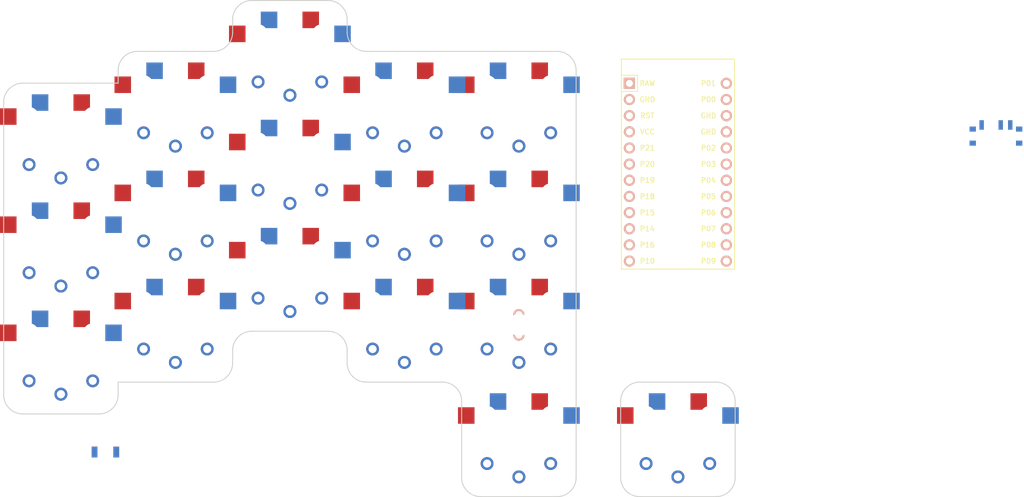
<source format=kicad_pcb>

            
(kicad_pcb (version 20171130) (host pcbnew 5.1.6)

  (page A3)
  (title_block
    (title main)
    (rev v1.0.0)
    (company Unknown)
  )

  (general
    (thickness 1.6)
  )

  (layers
    (0 F.Cu signal)
    (31 B.Cu signal)
    (32 B.Adhes user)
    (33 F.Adhes user)
    (34 B.Paste user)
    (35 F.Paste user)
    (36 B.SilkS user)
    (37 F.SilkS user)
    (38 B.Mask user)
    (39 F.Mask user)
    (40 Dwgs.User user)
    (41 Cmts.User user)
    (42 Eco1.User user)
    (43 Eco2.User user)
    (44 Edge.Cuts user)
    (45 Margin user)
    (46 B.CrtYd user)
    (47 F.CrtYd user)
    (48 B.Fab user)
    (49 F.Fab user)
  )

  (setup
    (last_trace_width 0.25)
    (trace_clearance 0.2)
    (zone_clearance 0.508)
    (zone_45_only no)
    (trace_min 0.2)
    (via_size 0.8)
    (via_drill 0.4)
    (via_min_size 0.4)
    (via_min_drill 0.3)
    (uvia_size 0.3)
    (uvia_drill 0.1)
    (uvias_allowed no)
    (uvia_min_size 0.2)
    (uvia_min_drill 0.1)
    (edge_width 0.05)
    (segment_width 0.2)
    (pcb_text_width 0.3)
    (pcb_text_size 1.5 1.5)
    (mod_edge_width 0.12)
    (mod_text_size 1 1)
    (mod_text_width 0.15)
    (pad_size 1.524 1.524)
    (pad_drill 0.762)
    (pad_to_mask_clearance 0.05)
    (aux_axis_origin 0 0)
    (visible_elements FFFFFF7F)
    (pcbplotparams
      (layerselection 0x010fc_ffffffff)
      (usegerberextensions false)
      (usegerberattributes true)
      (usegerberadvancedattributes true)
      (creategerberjobfile true)
      (excludeedgelayer true)
      (linewidth 0.100000)
      (plotframeref false)
      (viasonmask false)
      (mode 1)
      (useauxorigin false)
      (hpglpennumber 1)
      (hpglpenspeed 20)
      (hpglpendiameter 15.000000)
      (psnegative false)
      (psa4output false)
      (plotreference true)
      (plotvalue true)
      (plotinvisibletext false)
      (padsonsilk false)
      (subtractmaskfromsilk false)
      (outputformat 1)
      (mirror false)
      (drillshape 1)
      (scaleselection 1)
      (outputdirectory ""))
  )

            (net 0 "")
(net 1 "P21")
(net 2 "GND")
(net 3 "P20")
(net 4 "P19")
(net 5 "P18")
(net 6 "P15")
(net 7 "P14")
(net 8 "P16")
(net 9 "P10")
(net 10 "P4")
(net 11 "P5")
(net 12 "P6")
(net 13 "P9")
(net 14 "P7")
(net 15 "P8")
(net 16 "P3")
(net 17 "P2")
(net 18 "P1")
(net 19 "RAW")
(net 20 "RST")
(net 21 "VCC")
(net 22 "P0")
(net 23 "pos")
            
  (net_class Default "This is the default net class."
    (clearance 0.2)
    (trace_width 0.25)
    (via_dia 0.8)
    (via_drill 0.4)
    (uvia_dia 0.3)
    (uvia_drill 0.1)
    (add_net "")
(add_net "P21")
(add_net "GND")
(add_net "P20")
(add_net "P19")
(add_net "P18")
(add_net "P15")
(add_net "P14")
(add_net "P16")
(add_net "P10")
(add_net "P4")
(add_net "P5")
(add_net "P6")
(add_net "P9")
(add_net "P7")
(add_net "P8")
(add_net "P3")
(add_net "P2")
(add_net "P1")
(add_net "RAW")
(add_net "RST")
(add_net "VCC")
(add_net "P0")
(add_net "pos")
  )

            
        
      (module PG1350 (layer F.Cu) (tedit 5DD50112)
      (at 18 0 0)

      
      (fp_text reference "S1" (at 0 0) (layer F.SilkS) hide (effects (font (size 1.27 1.27) (thickness 0.15))))
      (fp_text value "" (at 0 0) (layer F.SilkS) hide (effects (font (size 1.27 1.27) (thickness 0.15))))

      
      (fp_line (start -7 -6) (end -7 -7) (layer Dwgs.User) (width 0.15))
      (fp_line (start -7 7) (end -6 7) (layer Dwgs.User) (width 0.15))
      (fp_line (start -6 -7) (end -7 -7) (layer Dwgs.User) (width 0.15))
      (fp_line (start -7 7) (end -7 6) (layer Dwgs.User) (width 0.15))
      (fp_line (start 7 6) (end 7 7) (layer Dwgs.User) (width 0.15))
      (fp_line (start 7 -7) (end 6 -7) (layer Dwgs.User) (width 0.15))
      (fp_line (start 6 7) (end 7 7) (layer Dwgs.User) (width 0.15))
      (fp_line (start 7 -7) (end 7 -6) (layer Dwgs.User) (width 0.15))      
      
      
      (pad "" np_thru_hole circle (at 0 0) (size 3.429 3.429) (drill 3.429) (layers *.Cu *.Mask))
        
      
      (pad "" np_thru_hole circle (at 5.5 0) (size 1.7018 1.7018) (drill 1.7018) (layers *.Cu *.Mask))
      (pad "" np_thru_hole circle (at -5.5 0) (size 1.7018 1.7018) (drill 1.7018) (layers *.Cu *.Mask))
      
        
      
      (fp_line (start -9 -8.5) (end 9 -8.5) (layer Dwgs.User) (width 0.15))
      (fp_line (start 9 -8.5) (end 9 8.5) (layer Dwgs.User) (width 0.15))
      (fp_line (start 9 8.5) (end -9 8.5) (layer Dwgs.User) (width 0.15))
      (fp_line (start -9 8.5) (end -9 -8.5) (layer Dwgs.User) (width 0.15))
      
        
          
          (pad "" np_thru_hole circle (at 5 -3.75) (size 3 3) (drill 3) (layers *.Cu *.Mask))
          (pad "" np_thru_hole circle (at 0 -5.95) (size 3 3) (drill 3) (layers *.Cu *.Mask))
      
          
          (pad 1 smd rect (at -3.275 -5.95 0) (size 2.6 2.6) (layers B.Cu B.Paste B.Mask)  (net 1 "P21"))
          (pad 2 smd rect (at 8.275 -3.75 0) (size 2.6 2.6) (layers B.Cu B.Paste B.Mask)  (net 2 "GND"))
        
        
          
          (pad "" np_thru_hole circle (at -5 -3.75) (size 3 3) (drill 3) (layers *.Cu *.Mask))
          (pad "" np_thru_hole circle (at 0 -5.95) (size 3 3) (drill 3) (layers *.Cu *.Mask))
      
          
          (pad 1 smd rect (at 3.275 -5.95 0) (size 2.6 2.6) (layers F.Cu F.Paste F.Mask)  (net 1 "P21"))
          (pad 2 smd rect (at -8.275 -3.75 0) (size 2.6 2.6) (layers F.Cu F.Paste F.Mask)  (net 2 "GND"))
        )
        

        
      (module PG1350 (layer F.Cu) (tedit 5DD50112)
      (at 18 0 180)

      
      (fp_text reference "S2" (at 0 0) (layer F.SilkS) hide (effects (font (size 1.27 1.27) (thickness 0.15))))
      (fp_text value "" (at 0 0) (layer F.SilkS) hide (effects (font (size 1.27 1.27) (thickness 0.15))))

      
      (fp_line (start -7 -6) (end -7 -7) (layer Dwgs.User) (width 0.15))
      (fp_line (start -7 7) (end -6 7) (layer Dwgs.User) (width 0.15))
      (fp_line (start -6 -7) (end -7 -7) (layer Dwgs.User) (width 0.15))
      (fp_line (start -7 7) (end -7 6) (layer Dwgs.User) (width 0.15))
      (fp_line (start 7 6) (end 7 7) (layer Dwgs.User) (width 0.15))
      (fp_line (start 7 -7) (end 6 -7) (layer Dwgs.User) (width 0.15))
      (fp_line (start 6 7) (end 7 7) (layer Dwgs.User) (width 0.15))
      (fp_line (start 7 -7) (end 7 -6) (layer Dwgs.User) (width 0.15))      
      
      
      (pad "" np_thru_hole circle (at 0 0) (size 3.429 3.429) (drill 3.429) (layers *.Cu *.Mask))
        
      
      (pad "" np_thru_hole circle (at 5.5 0) (size 1.7018 1.7018) (drill 1.7018) (layers *.Cu *.Mask))
      (pad "" np_thru_hole circle (at -5.5 0) (size 1.7018 1.7018) (drill 1.7018) (layers *.Cu *.Mask))
      
        
      
      (fp_line (start -9 -8.5) (end 9 -8.5) (layer Dwgs.User) (width 0.15))
      (fp_line (start 9 -8.5) (end 9 8.5) (layer Dwgs.User) (width 0.15))
      (fp_line (start 9 8.5) (end -9 8.5) (layer Dwgs.User) (width 0.15))
      (fp_line (start -9 8.5) (end -9 -8.5) (layer Dwgs.User) (width 0.15))
      
        
            
            (pad 1 thru_hole circle (at 5 -3.8) (size 2.032 2.032) (drill 1.27) (layers *.Cu *.Mask) (net 1 "P21"))
            (pad 2 thru_hole circle (at 0 -5.9) (size 2.032 2.032) (drill 1.27) (layers *.Cu *.Mask) (net 2 "GND"))
          
        
            
            (pad 1 thru_hole circle (at -5 -3.8) (size 2.032 2.032) (drill 1.27) (layers *.Cu *.Mask) (net 1 "P21"))
            (pad 2 thru_hole circle (at -0 -5.9) (size 2.032 2.032) (drill 1.27) (layers *.Cu *.Mask) (net 2 "GND"))
          )
        

        
      (module PG1350 (layer F.Cu) (tedit 5DD50112)
      (at 18 -17 0)

      
      (fp_text reference "S3" (at 0 0) (layer F.SilkS) hide (effects (font (size 1.27 1.27) (thickness 0.15))))
      (fp_text value "" (at 0 0) (layer F.SilkS) hide (effects (font (size 1.27 1.27) (thickness 0.15))))

      
      (fp_line (start -7 -6) (end -7 -7) (layer Dwgs.User) (width 0.15))
      (fp_line (start -7 7) (end -6 7) (layer Dwgs.User) (width 0.15))
      (fp_line (start -6 -7) (end -7 -7) (layer Dwgs.User) (width 0.15))
      (fp_line (start -7 7) (end -7 6) (layer Dwgs.User) (width 0.15))
      (fp_line (start 7 6) (end 7 7) (layer Dwgs.User) (width 0.15))
      (fp_line (start 7 -7) (end 6 -7) (layer Dwgs.User) (width 0.15))
      (fp_line (start 6 7) (end 7 7) (layer Dwgs.User) (width 0.15))
      (fp_line (start 7 -7) (end 7 -6) (layer Dwgs.User) (width 0.15))      
      
      
      (pad "" np_thru_hole circle (at 0 0) (size 3.429 3.429) (drill 3.429) (layers *.Cu *.Mask))
        
      
      (pad "" np_thru_hole circle (at 5.5 0) (size 1.7018 1.7018) (drill 1.7018) (layers *.Cu *.Mask))
      (pad "" np_thru_hole circle (at -5.5 0) (size 1.7018 1.7018) (drill 1.7018) (layers *.Cu *.Mask))
      
        
      
      (fp_line (start -9 -8.5) (end 9 -8.5) (layer Dwgs.User) (width 0.15))
      (fp_line (start 9 -8.5) (end 9 8.5) (layer Dwgs.User) (width 0.15))
      (fp_line (start 9 8.5) (end -9 8.5) (layer Dwgs.User) (width 0.15))
      (fp_line (start -9 8.5) (end -9 -8.5) (layer Dwgs.User) (width 0.15))
      
        
          
          (pad "" np_thru_hole circle (at 5 -3.75) (size 3 3) (drill 3) (layers *.Cu *.Mask))
          (pad "" np_thru_hole circle (at 0 -5.95) (size 3 3) (drill 3) (layers *.Cu *.Mask))
      
          
          (pad 1 smd rect (at -3.275 -5.95 0) (size 2.6 2.6) (layers B.Cu B.Paste B.Mask)  (net 3 "P20"))
          (pad 2 smd rect (at 8.275 -3.75 0) (size 2.6 2.6) (layers B.Cu B.Paste B.Mask)  (net 2 "GND"))
        
        
          
          (pad "" np_thru_hole circle (at -5 -3.75) (size 3 3) (drill 3) (layers *.Cu *.Mask))
          (pad "" np_thru_hole circle (at 0 -5.95) (size 3 3) (drill 3) (layers *.Cu *.Mask))
      
          
          (pad 1 smd rect (at 3.275 -5.95 0) (size 2.6 2.6) (layers F.Cu F.Paste F.Mask)  (net 3 "P20"))
          (pad 2 smd rect (at -8.275 -3.75 0) (size 2.6 2.6) (layers F.Cu F.Paste F.Mask)  (net 2 "GND"))
        )
        

        
      (module PG1350 (layer F.Cu) (tedit 5DD50112)
      (at 18 -17 180)

      
      (fp_text reference "S4" (at 0 0) (layer F.SilkS) hide (effects (font (size 1.27 1.27) (thickness 0.15))))
      (fp_text value "" (at 0 0) (layer F.SilkS) hide (effects (font (size 1.27 1.27) (thickness 0.15))))

      
      (fp_line (start -7 -6) (end -7 -7) (layer Dwgs.User) (width 0.15))
      (fp_line (start -7 7) (end -6 7) (layer Dwgs.User) (width 0.15))
      (fp_line (start -6 -7) (end -7 -7) (layer Dwgs.User) (width 0.15))
      (fp_line (start -7 7) (end -7 6) (layer Dwgs.User) (width 0.15))
      (fp_line (start 7 6) (end 7 7) (layer Dwgs.User) (width 0.15))
      (fp_line (start 7 -7) (end 6 -7) (layer Dwgs.User) (width 0.15))
      (fp_line (start 6 7) (end 7 7) (layer Dwgs.User) (width 0.15))
      (fp_line (start 7 -7) (end 7 -6) (layer Dwgs.User) (width 0.15))      
      
      
      (pad "" np_thru_hole circle (at 0 0) (size 3.429 3.429) (drill 3.429) (layers *.Cu *.Mask))
        
      
      (pad "" np_thru_hole circle (at 5.5 0) (size 1.7018 1.7018) (drill 1.7018) (layers *.Cu *.Mask))
      (pad "" np_thru_hole circle (at -5.5 0) (size 1.7018 1.7018) (drill 1.7018) (layers *.Cu *.Mask))
      
        
      
      (fp_line (start -9 -8.5) (end 9 -8.5) (layer Dwgs.User) (width 0.15))
      (fp_line (start 9 -8.5) (end 9 8.5) (layer Dwgs.User) (width 0.15))
      (fp_line (start 9 8.5) (end -9 8.5) (layer Dwgs.User) (width 0.15))
      (fp_line (start -9 8.5) (end -9 -8.5) (layer Dwgs.User) (width 0.15))
      
        
            
            (pad 1 thru_hole circle (at 5 -3.8) (size 2.032 2.032) (drill 1.27) (layers *.Cu *.Mask) (net 3 "P20"))
            (pad 2 thru_hole circle (at 0 -5.9) (size 2.032 2.032) (drill 1.27) (layers *.Cu *.Mask) (net 2 "GND"))
          
        
            
            (pad 1 thru_hole circle (at -5 -3.8) (size 2.032 2.032) (drill 1.27) (layers *.Cu *.Mask) (net 3 "P20"))
            (pad 2 thru_hole circle (at -0 -5.9) (size 2.032 2.032) (drill 1.27) (layers *.Cu *.Mask) (net 2 "GND"))
          )
        

        
      (module PG1350 (layer F.Cu) (tedit 5DD50112)
      (at 18 -34 0)

      
      (fp_text reference "S5" (at 0 0) (layer F.SilkS) hide (effects (font (size 1.27 1.27) (thickness 0.15))))
      (fp_text value "" (at 0 0) (layer F.SilkS) hide (effects (font (size 1.27 1.27) (thickness 0.15))))

      
      (fp_line (start -7 -6) (end -7 -7) (layer Dwgs.User) (width 0.15))
      (fp_line (start -7 7) (end -6 7) (layer Dwgs.User) (width 0.15))
      (fp_line (start -6 -7) (end -7 -7) (layer Dwgs.User) (width 0.15))
      (fp_line (start -7 7) (end -7 6) (layer Dwgs.User) (width 0.15))
      (fp_line (start 7 6) (end 7 7) (layer Dwgs.User) (width 0.15))
      (fp_line (start 7 -7) (end 6 -7) (layer Dwgs.User) (width 0.15))
      (fp_line (start 6 7) (end 7 7) (layer Dwgs.User) (width 0.15))
      (fp_line (start 7 -7) (end 7 -6) (layer Dwgs.User) (width 0.15))      
      
      
      (pad "" np_thru_hole circle (at 0 0) (size 3.429 3.429) (drill 3.429) (layers *.Cu *.Mask))
        
      
      (pad "" np_thru_hole circle (at 5.5 0) (size 1.7018 1.7018) (drill 1.7018) (layers *.Cu *.Mask))
      (pad "" np_thru_hole circle (at -5.5 0) (size 1.7018 1.7018) (drill 1.7018) (layers *.Cu *.Mask))
      
        
      
      (fp_line (start -9 -8.5) (end 9 -8.5) (layer Dwgs.User) (width 0.15))
      (fp_line (start 9 -8.5) (end 9 8.5) (layer Dwgs.User) (width 0.15))
      (fp_line (start 9 8.5) (end -9 8.5) (layer Dwgs.User) (width 0.15))
      (fp_line (start -9 8.5) (end -9 -8.5) (layer Dwgs.User) (width 0.15))
      
        
          
          (pad "" np_thru_hole circle (at 5 -3.75) (size 3 3) (drill 3) (layers *.Cu *.Mask))
          (pad "" np_thru_hole circle (at 0 -5.95) (size 3 3) (drill 3) (layers *.Cu *.Mask))
      
          
          (pad 1 smd rect (at -3.275 -5.95 0) (size 2.6 2.6) (layers B.Cu B.Paste B.Mask)  (net 4 "P19"))
          (pad 2 smd rect (at 8.275 -3.75 0) (size 2.6 2.6) (layers B.Cu B.Paste B.Mask)  (net 2 "GND"))
        
        
          
          (pad "" np_thru_hole circle (at -5 -3.75) (size 3 3) (drill 3) (layers *.Cu *.Mask))
          (pad "" np_thru_hole circle (at 0 -5.95) (size 3 3) (drill 3) (layers *.Cu *.Mask))
      
          
          (pad 1 smd rect (at 3.275 -5.95 0) (size 2.6 2.6) (layers F.Cu F.Paste F.Mask)  (net 4 "P19"))
          (pad 2 smd rect (at -8.275 -3.75 0) (size 2.6 2.6) (layers F.Cu F.Paste F.Mask)  (net 2 "GND"))
        )
        

        
      (module PG1350 (layer F.Cu) (tedit 5DD50112)
      (at 18 -34 180)

      
      (fp_text reference "S6" (at 0 0) (layer F.SilkS) hide (effects (font (size 1.27 1.27) (thickness 0.15))))
      (fp_text value "" (at 0 0) (layer F.SilkS) hide (effects (font (size 1.27 1.27) (thickness 0.15))))

      
      (fp_line (start -7 -6) (end -7 -7) (layer Dwgs.User) (width 0.15))
      (fp_line (start -7 7) (end -6 7) (layer Dwgs.User) (width 0.15))
      (fp_line (start -6 -7) (end -7 -7) (layer Dwgs.User) (width 0.15))
      (fp_line (start -7 7) (end -7 6) (layer Dwgs.User) (width 0.15))
      (fp_line (start 7 6) (end 7 7) (layer Dwgs.User) (width 0.15))
      (fp_line (start 7 -7) (end 6 -7) (layer Dwgs.User) (width 0.15))
      (fp_line (start 6 7) (end 7 7) (layer Dwgs.User) (width 0.15))
      (fp_line (start 7 -7) (end 7 -6) (layer Dwgs.User) (width 0.15))      
      
      
      (pad "" np_thru_hole circle (at 0 0) (size 3.429 3.429) (drill 3.429) (layers *.Cu *.Mask))
        
      
      (pad "" np_thru_hole circle (at 5.5 0) (size 1.7018 1.7018) (drill 1.7018) (layers *.Cu *.Mask))
      (pad "" np_thru_hole circle (at -5.5 0) (size 1.7018 1.7018) (drill 1.7018) (layers *.Cu *.Mask))
      
        
      
      (fp_line (start -9 -8.5) (end 9 -8.5) (layer Dwgs.User) (width 0.15))
      (fp_line (start 9 -8.5) (end 9 8.5) (layer Dwgs.User) (width 0.15))
      (fp_line (start 9 8.5) (end -9 8.5) (layer Dwgs.User) (width 0.15))
      (fp_line (start -9 8.5) (end -9 -8.5) (layer Dwgs.User) (width 0.15))
      
        
            
            (pad 1 thru_hole circle (at 5 -3.8) (size 2.032 2.032) (drill 1.27) (layers *.Cu *.Mask) (net 4 "P19"))
            (pad 2 thru_hole circle (at 0 -5.9) (size 2.032 2.032) (drill 1.27) (layers *.Cu *.Mask) (net 2 "GND"))
          
        
            
            (pad 1 thru_hole circle (at -5 -3.8) (size 2.032 2.032) (drill 1.27) (layers *.Cu *.Mask) (net 4 "P19"))
            (pad 2 thru_hole circle (at -0 -5.9) (size 2.032 2.032) (drill 1.27) (layers *.Cu *.Mask) (net 2 "GND"))
          )
        

        
      (module PG1350 (layer F.Cu) (tedit 5DD50112)
      (at 36 -5 0)

      
      (fp_text reference "S7" (at 0 0) (layer F.SilkS) hide (effects (font (size 1.27 1.27) (thickness 0.15))))
      (fp_text value "" (at 0 0) (layer F.SilkS) hide (effects (font (size 1.27 1.27) (thickness 0.15))))

      
      (fp_line (start -7 -6) (end -7 -7) (layer Dwgs.User) (width 0.15))
      (fp_line (start -7 7) (end -6 7) (layer Dwgs.User) (width 0.15))
      (fp_line (start -6 -7) (end -7 -7) (layer Dwgs.User) (width 0.15))
      (fp_line (start -7 7) (end -7 6) (layer Dwgs.User) (width 0.15))
      (fp_line (start 7 6) (end 7 7) (layer Dwgs.User) (width 0.15))
      (fp_line (start 7 -7) (end 6 -7) (layer Dwgs.User) (width 0.15))
      (fp_line (start 6 7) (end 7 7) (layer Dwgs.User) (width 0.15))
      (fp_line (start 7 -7) (end 7 -6) (layer Dwgs.User) (width 0.15))      
      
      
      (pad "" np_thru_hole circle (at 0 0) (size 3.429 3.429) (drill 3.429) (layers *.Cu *.Mask))
        
      
      (pad "" np_thru_hole circle (at 5.5 0) (size 1.7018 1.7018) (drill 1.7018) (layers *.Cu *.Mask))
      (pad "" np_thru_hole circle (at -5.5 0) (size 1.7018 1.7018) (drill 1.7018) (layers *.Cu *.Mask))
      
        
      
      (fp_line (start -9 -8.5) (end 9 -8.5) (layer Dwgs.User) (width 0.15))
      (fp_line (start 9 -8.5) (end 9 8.5) (layer Dwgs.User) (width 0.15))
      (fp_line (start 9 8.5) (end -9 8.5) (layer Dwgs.User) (width 0.15))
      (fp_line (start -9 8.5) (end -9 -8.5) (layer Dwgs.User) (width 0.15))
      
        
          
          (pad "" np_thru_hole circle (at 5 -3.75) (size 3 3) (drill 3) (layers *.Cu *.Mask))
          (pad "" np_thru_hole circle (at 0 -5.95) (size 3 3) (drill 3) (layers *.Cu *.Mask))
      
          
          (pad 1 smd rect (at -3.275 -5.95 0) (size 2.6 2.6) (layers B.Cu B.Paste B.Mask)  (net 5 "P18"))
          (pad 2 smd rect (at 8.275 -3.75 0) (size 2.6 2.6) (layers B.Cu B.Paste B.Mask)  (net 2 "GND"))
        
        
          
          (pad "" np_thru_hole circle (at -5 -3.75) (size 3 3) (drill 3) (layers *.Cu *.Mask))
          (pad "" np_thru_hole circle (at 0 -5.95) (size 3 3) (drill 3) (layers *.Cu *.Mask))
      
          
          (pad 1 smd rect (at 3.275 -5.95 0) (size 2.6 2.6) (layers F.Cu F.Paste F.Mask)  (net 5 "P18"))
          (pad 2 smd rect (at -8.275 -3.75 0) (size 2.6 2.6) (layers F.Cu F.Paste F.Mask)  (net 2 "GND"))
        )
        

        
      (module PG1350 (layer F.Cu) (tedit 5DD50112)
      (at 36 -5 180)

      
      (fp_text reference "S8" (at 0 0) (layer F.SilkS) hide (effects (font (size 1.27 1.27) (thickness 0.15))))
      (fp_text value "" (at 0 0) (layer F.SilkS) hide (effects (font (size 1.27 1.27) (thickness 0.15))))

      
      (fp_line (start -7 -6) (end -7 -7) (layer Dwgs.User) (width 0.15))
      (fp_line (start -7 7) (end -6 7) (layer Dwgs.User) (width 0.15))
      (fp_line (start -6 -7) (end -7 -7) (layer Dwgs.User) (width 0.15))
      (fp_line (start -7 7) (end -7 6) (layer Dwgs.User) (width 0.15))
      (fp_line (start 7 6) (end 7 7) (layer Dwgs.User) (width 0.15))
      (fp_line (start 7 -7) (end 6 -7) (layer Dwgs.User) (width 0.15))
      (fp_line (start 6 7) (end 7 7) (layer Dwgs.User) (width 0.15))
      (fp_line (start 7 -7) (end 7 -6) (layer Dwgs.User) (width 0.15))      
      
      
      (pad "" np_thru_hole circle (at 0 0) (size 3.429 3.429) (drill 3.429) (layers *.Cu *.Mask))
        
      
      (pad "" np_thru_hole circle (at 5.5 0) (size 1.7018 1.7018) (drill 1.7018) (layers *.Cu *.Mask))
      (pad "" np_thru_hole circle (at -5.5 0) (size 1.7018 1.7018) (drill 1.7018) (layers *.Cu *.Mask))
      
        
      
      (fp_line (start -9 -8.5) (end 9 -8.5) (layer Dwgs.User) (width 0.15))
      (fp_line (start 9 -8.5) (end 9 8.5) (layer Dwgs.User) (width 0.15))
      (fp_line (start 9 8.5) (end -9 8.5) (layer Dwgs.User) (width 0.15))
      (fp_line (start -9 8.5) (end -9 -8.5) (layer Dwgs.User) (width 0.15))
      
        
            
            (pad 1 thru_hole circle (at 5 -3.8) (size 2.032 2.032) (drill 1.27) (layers *.Cu *.Mask) (net 5 "P18"))
            (pad 2 thru_hole circle (at 0 -5.9) (size 2.032 2.032) (drill 1.27) (layers *.Cu *.Mask) (net 2 "GND"))
          
        
            
            (pad 1 thru_hole circle (at -5 -3.8) (size 2.032 2.032) (drill 1.27) (layers *.Cu *.Mask) (net 5 "P18"))
            (pad 2 thru_hole circle (at -0 -5.9) (size 2.032 2.032) (drill 1.27) (layers *.Cu *.Mask) (net 2 "GND"))
          )
        

        
      (module PG1350 (layer F.Cu) (tedit 5DD50112)
      (at 36 -22 0)

      
      (fp_text reference "S9" (at 0 0) (layer F.SilkS) hide (effects (font (size 1.27 1.27) (thickness 0.15))))
      (fp_text value "" (at 0 0) (layer F.SilkS) hide (effects (font (size 1.27 1.27) (thickness 0.15))))

      
      (fp_line (start -7 -6) (end -7 -7) (layer Dwgs.User) (width 0.15))
      (fp_line (start -7 7) (end -6 7) (layer Dwgs.User) (width 0.15))
      (fp_line (start -6 -7) (end -7 -7) (layer Dwgs.User) (width 0.15))
      (fp_line (start -7 7) (end -7 6) (layer Dwgs.User) (width 0.15))
      (fp_line (start 7 6) (end 7 7) (layer Dwgs.User) (width 0.15))
      (fp_line (start 7 -7) (end 6 -7) (layer Dwgs.User) (width 0.15))
      (fp_line (start 6 7) (end 7 7) (layer Dwgs.User) (width 0.15))
      (fp_line (start 7 -7) (end 7 -6) (layer Dwgs.User) (width 0.15))      
      
      
      (pad "" np_thru_hole circle (at 0 0) (size 3.429 3.429) (drill 3.429) (layers *.Cu *.Mask))
        
      
      (pad "" np_thru_hole circle (at 5.5 0) (size 1.7018 1.7018) (drill 1.7018) (layers *.Cu *.Mask))
      (pad "" np_thru_hole circle (at -5.5 0) (size 1.7018 1.7018) (drill 1.7018) (layers *.Cu *.Mask))
      
        
      
      (fp_line (start -9 -8.5) (end 9 -8.5) (layer Dwgs.User) (width 0.15))
      (fp_line (start 9 -8.5) (end 9 8.5) (layer Dwgs.User) (width 0.15))
      (fp_line (start 9 8.5) (end -9 8.5) (layer Dwgs.User) (width 0.15))
      (fp_line (start -9 8.5) (end -9 -8.5) (layer Dwgs.User) (width 0.15))
      
        
          
          (pad "" np_thru_hole circle (at 5 -3.75) (size 3 3) (drill 3) (layers *.Cu *.Mask))
          (pad "" np_thru_hole circle (at 0 -5.95) (size 3 3) (drill 3) (layers *.Cu *.Mask))
      
          
          (pad 1 smd rect (at -3.275 -5.95 0) (size 2.6 2.6) (layers B.Cu B.Paste B.Mask)  (net 6 "P15"))
          (pad 2 smd rect (at 8.275 -3.75 0) (size 2.6 2.6) (layers B.Cu B.Paste B.Mask)  (net 2 "GND"))
        
        
          
          (pad "" np_thru_hole circle (at -5 -3.75) (size 3 3) (drill 3) (layers *.Cu *.Mask))
          (pad "" np_thru_hole circle (at 0 -5.95) (size 3 3) (drill 3) (layers *.Cu *.Mask))
      
          
          (pad 1 smd rect (at 3.275 -5.95 0) (size 2.6 2.6) (layers F.Cu F.Paste F.Mask)  (net 6 "P15"))
          (pad 2 smd rect (at -8.275 -3.75 0) (size 2.6 2.6) (layers F.Cu F.Paste F.Mask)  (net 2 "GND"))
        )
        

        
      (module PG1350 (layer F.Cu) (tedit 5DD50112)
      (at 36 -22 180)

      
      (fp_text reference "S10" (at 0 0) (layer F.SilkS) hide (effects (font (size 1.27 1.27) (thickness 0.15))))
      (fp_text value "" (at 0 0) (layer F.SilkS) hide (effects (font (size 1.27 1.27) (thickness 0.15))))

      
      (fp_line (start -7 -6) (end -7 -7) (layer Dwgs.User) (width 0.15))
      (fp_line (start -7 7) (end -6 7) (layer Dwgs.User) (width 0.15))
      (fp_line (start -6 -7) (end -7 -7) (layer Dwgs.User) (width 0.15))
      (fp_line (start -7 7) (end -7 6) (layer Dwgs.User) (width 0.15))
      (fp_line (start 7 6) (end 7 7) (layer Dwgs.User) (width 0.15))
      (fp_line (start 7 -7) (end 6 -7) (layer Dwgs.User) (width 0.15))
      (fp_line (start 6 7) (end 7 7) (layer Dwgs.User) (width 0.15))
      (fp_line (start 7 -7) (end 7 -6) (layer Dwgs.User) (width 0.15))      
      
      
      (pad "" np_thru_hole circle (at 0 0) (size 3.429 3.429) (drill 3.429) (layers *.Cu *.Mask))
        
      
      (pad "" np_thru_hole circle (at 5.5 0) (size 1.7018 1.7018) (drill 1.7018) (layers *.Cu *.Mask))
      (pad "" np_thru_hole circle (at -5.5 0) (size 1.7018 1.7018) (drill 1.7018) (layers *.Cu *.Mask))
      
        
      
      (fp_line (start -9 -8.5) (end 9 -8.5) (layer Dwgs.User) (width 0.15))
      (fp_line (start 9 -8.5) (end 9 8.5) (layer Dwgs.User) (width 0.15))
      (fp_line (start 9 8.5) (end -9 8.5) (layer Dwgs.User) (width 0.15))
      (fp_line (start -9 8.5) (end -9 -8.5) (layer Dwgs.User) (width 0.15))
      
        
            
            (pad 1 thru_hole circle (at 5 -3.8) (size 2.032 2.032) (drill 1.27) (layers *.Cu *.Mask) (net 6 "P15"))
            (pad 2 thru_hole circle (at 0 -5.9) (size 2.032 2.032) (drill 1.27) (layers *.Cu *.Mask) (net 2 "GND"))
          
        
            
            (pad 1 thru_hole circle (at -5 -3.8) (size 2.032 2.032) (drill 1.27) (layers *.Cu *.Mask) (net 6 "P15"))
            (pad 2 thru_hole circle (at -0 -5.9) (size 2.032 2.032) (drill 1.27) (layers *.Cu *.Mask) (net 2 "GND"))
          )
        

        
      (module PG1350 (layer F.Cu) (tedit 5DD50112)
      (at 36 -39 0)

      
      (fp_text reference "S11" (at 0 0) (layer F.SilkS) hide (effects (font (size 1.27 1.27) (thickness 0.15))))
      (fp_text value "" (at 0 0) (layer F.SilkS) hide (effects (font (size 1.27 1.27) (thickness 0.15))))

      
      (fp_line (start -7 -6) (end -7 -7) (layer Dwgs.User) (width 0.15))
      (fp_line (start -7 7) (end -6 7) (layer Dwgs.User) (width 0.15))
      (fp_line (start -6 -7) (end -7 -7) (layer Dwgs.User) (width 0.15))
      (fp_line (start -7 7) (end -7 6) (layer Dwgs.User) (width 0.15))
      (fp_line (start 7 6) (end 7 7) (layer Dwgs.User) (width 0.15))
      (fp_line (start 7 -7) (end 6 -7) (layer Dwgs.User) (width 0.15))
      (fp_line (start 6 7) (end 7 7) (layer Dwgs.User) (width 0.15))
      (fp_line (start 7 -7) (end 7 -6) (layer Dwgs.User) (width 0.15))      
      
      
      (pad "" np_thru_hole circle (at 0 0) (size 3.429 3.429) (drill 3.429) (layers *.Cu *.Mask))
        
      
      (pad "" np_thru_hole circle (at 5.5 0) (size 1.7018 1.7018) (drill 1.7018) (layers *.Cu *.Mask))
      (pad "" np_thru_hole circle (at -5.5 0) (size 1.7018 1.7018) (drill 1.7018) (layers *.Cu *.Mask))
      
        
      
      (fp_line (start -9 -8.5) (end 9 -8.5) (layer Dwgs.User) (width 0.15))
      (fp_line (start 9 -8.5) (end 9 8.5) (layer Dwgs.User) (width 0.15))
      (fp_line (start 9 8.5) (end -9 8.5) (layer Dwgs.User) (width 0.15))
      (fp_line (start -9 8.5) (end -9 -8.5) (layer Dwgs.User) (width 0.15))
      
        
          
          (pad "" np_thru_hole circle (at 5 -3.75) (size 3 3) (drill 3) (layers *.Cu *.Mask))
          (pad "" np_thru_hole circle (at 0 -5.95) (size 3 3) (drill 3) (layers *.Cu *.Mask))
      
          
          (pad 1 smd rect (at -3.275 -5.95 0) (size 2.6 2.6) (layers B.Cu B.Paste B.Mask)  (net 7 "P14"))
          (pad 2 smd rect (at 8.275 -3.75 0) (size 2.6 2.6) (layers B.Cu B.Paste B.Mask)  (net 2 "GND"))
        
        
          
          (pad "" np_thru_hole circle (at -5 -3.75) (size 3 3) (drill 3) (layers *.Cu *.Mask))
          (pad "" np_thru_hole circle (at 0 -5.95) (size 3 3) (drill 3) (layers *.Cu *.Mask))
      
          
          (pad 1 smd rect (at 3.275 -5.95 0) (size 2.6 2.6) (layers F.Cu F.Paste F.Mask)  (net 7 "P14"))
          (pad 2 smd rect (at -8.275 -3.75 0) (size 2.6 2.6) (layers F.Cu F.Paste F.Mask)  (net 2 "GND"))
        )
        

        
      (module PG1350 (layer F.Cu) (tedit 5DD50112)
      (at 36 -39 180)

      
      (fp_text reference "S12" (at 0 0) (layer F.SilkS) hide (effects (font (size 1.27 1.27) (thickness 0.15))))
      (fp_text value "" (at 0 0) (layer F.SilkS) hide (effects (font (size 1.27 1.27) (thickness 0.15))))

      
      (fp_line (start -7 -6) (end -7 -7) (layer Dwgs.User) (width 0.15))
      (fp_line (start -7 7) (end -6 7) (layer Dwgs.User) (width 0.15))
      (fp_line (start -6 -7) (end -7 -7) (layer Dwgs.User) (width 0.15))
      (fp_line (start -7 7) (end -7 6) (layer Dwgs.User) (width 0.15))
      (fp_line (start 7 6) (end 7 7) (layer Dwgs.User) (width 0.15))
      (fp_line (start 7 -7) (end 6 -7) (layer Dwgs.User) (width 0.15))
      (fp_line (start 6 7) (end 7 7) (layer Dwgs.User) (width 0.15))
      (fp_line (start 7 -7) (end 7 -6) (layer Dwgs.User) (width 0.15))      
      
      
      (pad "" np_thru_hole circle (at 0 0) (size 3.429 3.429) (drill 3.429) (layers *.Cu *.Mask))
        
      
      (pad "" np_thru_hole circle (at 5.5 0) (size 1.7018 1.7018) (drill 1.7018) (layers *.Cu *.Mask))
      (pad "" np_thru_hole circle (at -5.5 0) (size 1.7018 1.7018) (drill 1.7018) (layers *.Cu *.Mask))
      
        
      
      (fp_line (start -9 -8.5) (end 9 -8.5) (layer Dwgs.User) (width 0.15))
      (fp_line (start 9 -8.5) (end 9 8.5) (layer Dwgs.User) (width 0.15))
      (fp_line (start 9 8.5) (end -9 8.5) (layer Dwgs.User) (width 0.15))
      (fp_line (start -9 8.5) (end -9 -8.5) (layer Dwgs.User) (width 0.15))
      
        
            
            (pad 1 thru_hole circle (at 5 -3.8) (size 2.032 2.032) (drill 1.27) (layers *.Cu *.Mask) (net 7 "P14"))
            (pad 2 thru_hole circle (at 0 -5.9) (size 2.032 2.032) (drill 1.27) (layers *.Cu *.Mask) (net 2 "GND"))
          
        
            
            (pad 1 thru_hole circle (at -5 -3.8) (size 2.032 2.032) (drill 1.27) (layers *.Cu *.Mask) (net 7 "P14"))
            (pad 2 thru_hole circle (at -0 -5.9) (size 2.032 2.032) (drill 1.27) (layers *.Cu *.Mask) (net 2 "GND"))
          )
        

        
      (module PG1350 (layer F.Cu) (tedit 5DD50112)
      (at 54 -13 0)

      
      (fp_text reference "S13" (at 0 0) (layer F.SilkS) hide (effects (font (size 1.27 1.27) (thickness 0.15))))
      (fp_text value "" (at 0 0) (layer F.SilkS) hide (effects (font (size 1.27 1.27) (thickness 0.15))))

      
      (fp_line (start -7 -6) (end -7 -7) (layer Dwgs.User) (width 0.15))
      (fp_line (start -7 7) (end -6 7) (layer Dwgs.User) (width 0.15))
      (fp_line (start -6 -7) (end -7 -7) (layer Dwgs.User) (width 0.15))
      (fp_line (start -7 7) (end -7 6) (layer Dwgs.User) (width 0.15))
      (fp_line (start 7 6) (end 7 7) (layer Dwgs.User) (width 0.15))
      (fp_line (start 7 -7) (end 6 -7) (layer Dwgs.User) (width 0.15))
      (fp_line (start 6 7) (end 7 7) (layer Dwgs.User) (width 0.15))
      (fp_line (start 7 -7) (end 7 -6) (layer Dwgs.User) (width 0.15))      
      
      
      (pad "" np_thru_hole circle (at 0 0) (size 3.429 3.429) (drill 3.429) (layers *.Cu *.Mask))
        
      
      (pad "" np_thru_hole circle (at 5.5 0) (size 1.7018 1.7018) (drill 1.7018) (layers *.Cu *.Mask))
      (pad "" np_thru_hole circle (at -5.5 0) (size 1.7018 1.7018) (drill 1.7018) (layers *.Cu *.Mask))
      
        
      
      (fp_line (start -9 -8.5) (end 9 -8.5) (layer Dwgs.User) (width 0.15))
      (fp_line (start 9 -8.5) (end 9 8.5) (layer Dwgs.User) (width 0.15))
      (fp_line (start 9 8.5) (end -9 8.5) (layer Dwgs.User) (width 0.15))
      (fp_line (start -9 8.5) (end -9 -8.5) (layer Dwgs.User) (width 0.15))
      
        
          
          (pad "" np_thru_hole circle (at 5 -3.75) (size 3 3) (drill 3) (layers *.Cu *.Mask))
          (pad "" np_thru_hole circle (at 0 -5.95) (size 3 3) (drill 3) (layers *.Cu *.Mask))
      
          
          (pad 1 smd rect (at -3.275 -5.95 0) (size 2.6 2.6) (layers B.Cu B.Paste B.Mask)  (net 8 "P16"))
          (pad 2 smd rect (at 8.275 -3.75 0) (size 2.6 2.6) (layers B.Cu B.Paste B.Mask)  (net 2 "GND"))
        
        
          
          (pad "" np_thru_hole circle (at -5 -3.75) (size 3 3) (drill 3) (layers *.Cu *.Mask))
          (pad "" np_thru_hole circle (at 0 -5.95) (size 3 3) (drill 3) (layers *.Cu *.Mask))
      
          
          (pad 1 smd rect (at 3.275 -5.95 0) (size 2.6 2.6) (layers F.Cu F.Paste F.Mask)  (net 8 "P16"))
          (pad 2 smd rect (at -8.275 -3.75 0) (size 2.6 2.6) (layers F.Cu F.Paste F.Mask)  (net 2 "GND"))
        )
        

        
      (module PG1350 (layer F.Cu) (tedit 5DD50112)
      (at 54 -13 180)

      
      (fp_text reference "S14" (at 0 0) (layer F.SilkS) hide (effects (font (size 1.27 1.27) (thickness 0.15))))
      (fp_text value "" (at 0 0) (layer F.SilkS) hide (effects (font (size 1.27 1.27) (thickness 0.15))))

      
      (fp_line (start -7 -6) (end -7 -7) (layer Dwgs.User) (width 0.15))
      (fp_line (start -7 7) (end -6 7) (layer Dwgs.User) (width 0.15))
      (fp_line (start -6 -7) (end -7 -7) (layer Dwgs.User) (width 0.15))
      (fp_line (start -7 7) (end -7 6) (layer Dwgs.User) (width 0.15))
      (fp_line (start 7 6) (end 7 7) (layer Dwgs.User) (width 0.15))
      (fp_line (start 7 -7) (end 6 -7) (layer Dwgs.User) (width 0.15))
      (fp_line (start 6 7) (end 7 7) (layer Dwgs.User) (width 0.15))
      (fp_line (start 7 -7) (end 7 -6) (layer Dwgs.User) (width 0.15))      
      
      
      (pad "" np_thru_hole circle (at 0 0) (size 3.429 3.429) (drill 3.429) (layers *.Cu *.Mask))
        
      
      (pad "" np_thru_hole circle (at 5.5 0) (size 1.7018 1.7018) (drill 1.7018) (layers *.Cu *.Mask))
      (pad "" np_thru_hole circle (at -5.5 0) (size 1.7018 1.7018) (drill 1.7018) (layers *.Cu *.Mask))
      
        
      
      (fp_line (start -9 -8.5) (end 9 -8.5) (layer Dwgs.User) (width 0.15))
      (fp_line (start 9 -8.5) (end 9 8.5) (layer Dwgs.User) (width 0.15))
      (fp_line (start 9 8.5) (end -9 8.5) (layer Dwgs.User) (width 0.15))
      (fp_line (start -9 8.5) (end -9 -8.5) (layer Dwgs.User) (width 0.15))
      
        
            
            (pad 1 thru_hole circle (at 5 -3.8) (size 2.032 2.032) (drill 1.27) (layers *.Cu *.Mask) (net 8 "P16"))
            (pad 2 thru_hole circle (at 0 -5.9) (size 2.032 2.032) (drill 1.27) (layers *.Cu *.Mask) (net 2 "GND"))
          
        
            
            (pad 1 thru_hole circle (at -5 -3.8) (size 2.032 2.032) (drill 1.27) (layers *.Cu *.Mask) (net 8 "P16"))
            (pad 2 thru_hole circle (at -0 -5.9) (size 2.032 2.032) (drill 1.27) (layers *.Cu *.Mask) (net 2 "GND"))
          )
        

        
      (module PG1350 (layer F.Cu) (tedit 5DD50112)
      (at 54 -30 0)

      
      (fp_text reference "S15" (at 0 0) (layer F.SilkS) hide (effects (font (size 1.27 1.27) (thickness 0.15))))
      (fp_text value "" (at 0 0) (layer F.SilkS) hide (effects (font (size 1.27 1.27) (thickness 0.15))))

      
      (fp_line (start -7 -6) (end -7 -7) (layer Dwgs.User) (width 0.15))
      (fp_line (start -7 7) (end -6 7) (layer Dwgs.User) (width 0.15))
      (fp_line (start -6 -7) (end -7 -7) (layer Dwgs.User) (width 0.15))
      (fp_line (start -7 7) (end -7 6) (layer Dwgs.User) (width 0.15))
      (fp_line (start 7 6) (end 7 7) (layer Dwgs.User) (width 0.15))
      (fp_line (start 7 -7) (end 6 -7) (layer Dwgs.User) (width 0.15))
      (fp_line (start 6 7) (end 7 7) (layer Dwgs.User) (width 0.15))
      (fp_line (start 7 -7) (end 7 -6) (layer Dwgs.User) (width 0.15))      
      
      
      (pad "" np_thru_hole circle (at 0 0) (size 3.429 3.429) (drill 3.429) (layers *.Cu *.Mask))
        
      
      (pad "" np_thru_hole circle (at 5.5 0) (size 1.7018 1.7018) (drill 1.7018) (layers *.Cu *.Mask))
      (pad "" np_thru_hole circle (at -5.5 0) (size 1.7018 1.7018) (drill 1.7018) (layers *.Cu *.Mask))
      
        
      
      (fp_line (start -9 -8.5) (end 9 -8.5) (layer Dwgs.User) (width 0.15))
      (fp_line (start 9 -8.5) (end 9 8.5) (layer Dwgs.User) (width 0.15))
      (fp_line (start 9 8.5) (end -9 8.5) (layer Dwgs.User) (width 0.15))
      (fp_line (start -9 8.5) (end -9 -8.5) (layer Dwgs.User) (width 0.15))
      
        
          
          (pad "" np_thru_hole circle (at 5 -3.75) (size 3 3) (drill 3) (layers *.Cu *.Mask))
          (pad "" np_thru_hole circle (at 0 -5.95) (size 3 3) (drill 3) (layers *.Cu *.Mask))
      
          
          (pad 1 smd rect (at -3.275 -5.95 0) (size 2.6 2.6) (layers B.Cu B.Paste B.Mask)  (net 9 "P10"))
          (pad 2 smd rect (at 8.275 -3.75 0) (size 2.6 2.6) (layers B.Cu B.Paste B.Mask)  (net 2 "GND"))
        
        
          
          (pad "" np_thru_hole circle (at -5 -3.75) (size 3 3) (drill 3) (layers *.Cu *.Mask))
          (pad "" np_thru_hole circle (at 0 -5.95) (size 3 3) (drill 3) (layers *.Cu *.Mask))
      
          
          (pad 1 smd rect (at 3.275 -5.95 0) (size 2.6 2.6) (layers F.Cu F.Paste F.Mask)  (net 9 "P10"))
          (pad 2 smd rect (at -8.275 -3.75 0) (size 2.6 2.6) (layers F.Cu F.Paste F.Mask)  (net 2 "GND"))
        )
        

        
      (module PG1350 (layer F.Cu) (tedit 5DD50112)
      (at 54 -30 180)

      
      (fp_text reference "S16" (at 0 0) (layer F.SilkS) hide (effects (font (size 1.27 1.27) (thickness 0.15))))
      (fp_text value "" (at 0 0) (layer F.SilkS) hide (effects (font (size 1.27 1.27) (thickness 0.15))))

      
      (fp_line (start -7 -6) (end -7 -7) (layer Dwgs.User) (width 0.15))
      (fp_line (start -7 7) (end -6 7) (layer Dwgs.User) (width 0.15))
      (fp_line (start -6 -7) (end -7 -7) (layer Dwgs.User) (width 0.15))
      (fp_line (start -7 7) (end -7 6) (layer Dwgs.User) (width 0.15))
      (fp_line (start 7 6) (end 7 7) (layer Dwgs.User) (width 0.15))
      (fp_line (start 7 -7) (end 6 -7) (layer Dwgs.User) (width 0.15))
      (fp_line (start 6 7) (end 7 7) (layer Dwgs.User) (width 0.15))
      (fp_line (start 7 -7) (end 7 -6) (layer Dwgs.User) (width 0.15))      
      
      
      (pad "" np_thru_hole circle (at 0 0) (size 3.429 3.429) (drill 3.429) (layers *.Cu *.Mask))
        
      
      (pad "" np_thru_hole circle (at 5.5 0) (size 1.7018 1.7018) (drill 1.7018) (layers *.Cu *.Mask))
      (pad "" np_thru_hole circle (at -5.5 0) (size 1.7018 1.7018) (drill 1.7018) (layers *.Cu *.Mask))
      
        
      
      (fp_line (start -9 -8.5) (end 9 -8.5) (layer Dwgs.User) (width 0.15))
      (fp_line (start 9 -8.5) (end 9 8.5) (layer Dwgs.User) (width 0.15))
      (fp_line (start 9 8.5) (end -9 8.5) (layer Dwgs.User) (width 0.15))
      (fp_line (start -9 8.5) (end -9 -8.5) (layer Dwgs.User) (width 0.15))
      
        
            
            (pad 1 thru_hole circle (at 5 -3.8) (size 2.032 2.032) (drill 1.27) (layers *.Cu *.Mask) (net 9 "P10"))
            (pad 2 thru_hole circle (at 0 -5.9) (size 2.032 2.032) (drill 1.27) (layers *.Cu *.Mask) (net 2 "GND"))
          
        
            
            (pad 1 thru_hole circle (at -5 -3.8) (size 2.032 2.032) (drill 1.27) (layers *.Cu *.Mask) (net 9 "P10"))
            (pad 2 thru_hole circle (at -0 -5.9) (size 2.032 2.032) (drill 1.27) (layers *.Cu *.Mask) (net 2 "GND"))
          )
        

        
      (module PG1350 (layer F.Cu) (tedit 5DD50112)
      (at 54 -47 0)

      
      (fp_text reference "S17" (at 0 0) (layer F.SilkS) hide (effects (font (size 1.27 1.27) (thickness 0.15))))
      (fp_text value "" (at 0 0) (layer F.SilkS) hide (effects (font (size 1.27 1.27) (thickness 0.15))))

      
      (fp_line (start -7 -6) (end -7 -7) (layer Dwgs.User) (width 0.15))
      (fp_line (start -7 7) (end -6 7) (layer Dwgs.User) (width 0.15))
      (fp_line (start -6 -7) (end -7 -7) (layer Dwgs.User) (width 0.15))
      (fp_line (start -7 7) (end -7 6) (layer Dwgs.User) (width 0.15))
      (fp_line (start 7 6) (end 7 7) (layer Dwgs.User) (width 0.15))
      (fp_line (start 7 -7) (end 6 -7) (layer Dwgs.User) (width 0.15))
      (fp_line (start 6 7) (end 7 7) (layer Dwgs.User) (width 0.15))
      (fp_line (start 7 -7) (end 7 -6) (layer Dwgs.User) (width 0.15))      
      
      
      (pad "" np_thru_hole circle (at 0 0) (size 3.429 3.429) (drill 3.429) (layers *.Cu *.Mask))
        
      
      (pad "" np_thru_hole circle (at 5.5 0) (size 1.7018 1.7018) (drill 1.7018) (layers *.Cu *.Mask))
      (pad "" np_thru_hole circle (at -5.5 0) (size 1.7018 1.7018) (drill 1.7018) (layers *.Cu *.Mask))
      
        
      
      (fp_line (start -9 -8.5) (end 9 -8.5) (layer Dwgs.User) (width 0.15))
      (fp_line (start 9 -8.5) (end 9 8.5) (layer Dwgs.User) (width 0.15))
      (fp_line (start 9 8.5) (end -9 8.5) (layer Dwgs.User) (width 0.15))
      (fp_line (start -9 8.5) (end -9 -8.5) (layer Dwgs.User) (width 0.15))
      
        
          
          (pad "" np_thru_hole circle (at 5 -3.75) (size 3 3) (drill 3) (layers *.Cu *.Mask))
          (pad "" np_thru_hole circle (at 0 -5.95) (size 3 3) (drill 3) (layers *.Cu *.Mask))
      
          
          (pad 1 smd rect (at -3.275 -5.95 0) (size 2.6 2.6) (layers B.Cu B.Paste B.Mask)  (net 10 "P4"))
          (pad 2 smd rect (at 8.275 -3.75 0) (size 2.6 2.6) (layers B.Cu B.Paste B.Mask)  (net 2 "GND"))
        
        
          
          (pad "" np_thru_hole circle (at -5 -3.75) (size 3 3) (drill 3) (layers *.Cu *.Mask))
          (pad "" np_thru_hole circle (at 0 -5.95) (size 3 3) (drill 3) (layers *.Cu *.Mask))
      
          
          (pad 1 smd rect (at 3.275 -5.95 0) (size 2.6 2.6) (layers F.Cu F.Paste F.Mask)  (net 10 "P4"))
          (pad 2 smd rect (at -8.275 -3.75 0) (size 2.6 2.6) (layers F.Cu F.Paste F.Mask)  (net 2 "GND"))
        )
        

        
      (module PG1350 (layer F.Cu) (tedit 5DD50112)
      (at 54 -47 180)

      
      (fp_text reference "S18" (at 0 0) (layer F.SilkS) hide (effects (font (size 1.27 1.27) (thickness 0.15))))
      (fp_text value "" (at 0 0) (layer F.SilkS) hide (effects (font (size 1.27 1.27) (thickness 0.15))))

      
      (fp_line (start -7 -6) (end -7 -7) (layer Dwgs.User) (width 0.15))
      (fp_line (start -7 7) (end -6 7) (layer Dwgs.User) (width 0.15))
      (fp_line (start -6 -7) (end -7 -7) (layer Dwgs.User) (width 0.15))
      (fp_line (start -7 7) (end -7 6) (layer Dwgs.User) (width 0.15))
      (fp_line (start 7 6) (end 7 7) (layer Dwgs.User) (width 0.15))
      (fp_line (start 7 -7) (end 6 -7) (layer Dwgs.User) (width 0.15))
      (fp_line (start 6 7) (end 7 7) (layer Dwgs.User) (width 0.15))
      (fp_line (start 7 -7) (end 7 -6) (layer Dwgs.User) (width 0.15))      
      
      
      (pad "" np_thru_hole circle (at 0 0) (size 3.429 3.429) (drill 3.429) (layers *.Cu *.Mask))
        
      
      (pad "" np_thru_hole circle (at 5.5 0) (size 1.7018 1.7018) (drill 1.7018) (layers *.Cu *.Mask))
      (pad "" np_thru_hole circle (at -5.5 0) (size 1.7018 1.7018) (drill 1.7018) (layers *.Cu *.Mask))
      
        
      
      (fp_line (start -9 -8.5) (end 9 -8.5) (layer Dwgs.User) (width 0.15))
      (fp_line (start 9 -8.5) (end 9 8.5) (layer Dwgs.User) (width 0.15))
      (fp_line (start 9 8.5) (end -9 8.5) (layer Dwgs.User) (width 0.15))
      (fp_line (start -9 8.5) (end -9 -8.5) (layer Dwgs.User) (width 0.15))
      
        
            
            (pad 1 thru_hole circle (at 5 -3.8) (size 2.032 2.032) (drill 1.27) (layers *.Cu *.Mask) (net 10 "P4"))
            (pad 2 thru_hole circle (at 0 -5.9) (size 2.032 2.032) (drill 1.27) (layers *.Cu *.Mask) (net 2 "GND"))
          
        
            
            (pad 1 thru_hole circle (at -5 -3.8) (size 2.032 2.032) (drill 1.27) (layers *.Cu *.Mask) (net 10 "P4"))
            (pad 2 thru_hole circle (at -0 -5.9) (size 2.032 2.032) (drill 1.27) (layers *.Cu *.Mask) (net 2 "GND"))
          )
        

        
      (module PG1350 (layer F.Cu) (tedit 5DD50112)
      (at 72 -5 0)

      
      (fp_text reference "S19" (at 0 0) (layer F.SilkS) hide (effects (font (size 1.27 1.27) (thickness 0.15))))
      (fp_text value "" (at 0 0) (layer F.SilkS) hide (effects (font (size 1.27 1.27) (thickness 0.15))))

      
      (fp_line (start -7 -6) (end -7 -7) (layer Dwgs.User) (width 0.15))
      (fp_line (start -7 7) (end -6 7) (layer Dwgs.User) (width 0.15))
      (fp_line (start -6 -7) (end -7 -7) (layer Dwgs.User) (width 0.15))
      (fp_line (start -7 7) (end -7 6) (layer Dwgs.User) (width 0.15))
      (fp_line (start 7 6) (end 7 7) (layer Dwgs.User) (width 0.15))
      (fp_line (start 7 -7) (end 6 -7) (layer Dwgs.User) (width 0.15))
      (fp_line (start 6 7) (end 7 7) (layer Dwgs.User) (width 0.15))
      (fp_line (start 7 -7) (end 7 -6) (layer Dwgs.User) (width 0.15))      
      
      
      (pad "" np_thru_hole circle (at 0 0) (size 3.429 3.429) (drill 3.429) (layers *.Cu *.Mask))
        
      
      (pad "" np_thru_hole circle (at 5.5 0) (size 1.7018 1.7018) (drill 1.7018) (layers *.Cu *.Mask))
      (pad "" np_thru_hole circle (at -5.5 0) (size 1.7018 1.7018) (drill 1.7018) (layers *.Cu *.Mask))
      
        
      
      (fp_line (start -9 -8.5) (end 9 -8.5) (layer Dwgs.User) (width 0.15))
      (fp_line (start 9 -8.5) (end 9 8.5) (layer Dwgs.User) (width 0.15))
      (fp_line (start 9 8.5) (end -9 8.5) (layer Dwgs.User) (width 0.15))
      (fp_line (start -9 8.5) (end -9 -8.5) (layer Dwgs.User) (width 0.15))
      
        
          
          (pad "" np_thru_hole circle (at 5 -3.75) (size 3 3) (drill 3) (layers *.Cu *.Mask))
          (pad "" np_thru_hole circle (at 0 -5.95) (size 3 3) (drill 3) (layers *.Cu *.Mask))
      
          
          (pad 1 smd rect (at -3.275 -5.95 0) (size 2.6 2.6) (layers B.Cu B.Paste B.Mask)  (net 11 "P5"))
          (pad 2 smd rect (at 8.275 -3.75 0) (size 2.6 2.6) (layers B.Cu B.Paste B.Mask)  (net 2 "GND"))
        
        
          
          (pad "" np_thru_hole circle (at -5 -3.75) (size 3 3) (drill 3) (layers *.Cu *.Mask))
          (pad "" np_thru_hole circle (at 0 -5.95) (size 3 3) (drill 3) (layers *.Cu *.Mask))
      
          
          (pad 1 smd rect (at 3.275 -5.95 0) (size 2.6 2.6) (layers F.Cu F.Paste F.Mask)  (net 11 "P5"))
          (pad 2 smd rect (at -8.275 -3.75 0) (size 2.6 2.6) (layers F.Cu F.Paste F.Mask)  (net 2 "GND"))
        )
        

        
      (module PG1350 (layer F.Cu) (tedit 5DD50112)
      (at 72 -5 180)

      
      (fp_text reference "S20" (at 0 0) (layer F.SilkS) hide (effects (font (size 1.27 1.27) (thickness 0.15))))
      (fp_text value "" (at 0 0) (layer F.SilkS) hide (effects (font (size 1.27 1.27) (thickness 0.15))))

      
      (fp_line (start -7 -6) (end -7 -7) (layer Dwgs.User) (width 0.15))
      (fp_line (start -7 7) (end -6 7) (layer Dwgs.User) (width 0.15))
      (fp_line (start -6 -7) (end -7 -7) (layer Dwgs.User) (width 0.15))
      (fp_line (start -7 7) (end -7 6) (layer Dwgs.User) (width 0.15))
      (fp_line (start 7 6) (end 7 7) (layer Dwgs.User) (width 0.15))
      (fp_line (start 7 -7) (end 6 -7) (layer Dwgs.User) (width 0.15))
      (fp_line (start 6 7) (end 7 7) (layer Dwgs.User) (width 0.15))
      (fp_line (start 7 -7) (end 7 -6) (layer Dwgs.User) (width 0.15))      
      
      
      (pad "" np_thru_hole circle (at 0 0) (size 3.429 3.429) (drill 3.429) (layers *.Cu *.Mask))
        
      
      (pad "" np_thru_hole circle (at 5.5 0) (size 1.7018 1.7018) (drill 1.7018) (layers *.Cu *.Mask))
      (pad "" np_thru_hole circle (at -5.5 0) (size 1.7018 1.7018) (drill 1.7018) (layers *.Cu *.Mask))
      
        
      
      (fp_line (start -9 -8.5) (end 9 -8.5) (layer Dwgs.User) (width 0.15))
      (fp_line (start 9 -8.5) (end 9 8.5) (layer Dwgs.User) (width 0.15))
      (fp_line (start 9 8.5) (end -9 8.5) (layer Dwgs.User) (width 0.15))
      (fp_line (start -9 8.5) (end -9 -8.5) (layer Dwgs.User) (width 0.15))
      
        
            
            (pad 1 thru_hole circle (at 5 -3.8) (size 2.032 2.032) (drill 1.27) (layers *.Cu *.Mask) (net 11 "P5"))
            (pad 2 thru_hole circle (at 0 -5.9) (size 2.032 2.032) (drill 1.27) (layers *.Cu *.Mask) (net 2 "GND"))
          
        
            
            (pad 1 thru_hole circle (at -5 -3.8) (size 2.032 2.032) (drill 1.27) (layers *.Cu *.Mask) (net 11 "P5"))
            (pad 2 thru_hole circle (at -0 -5.9) (size 2.032 2.032) (drill 1.27) (layers *.Cu *.Mask) (net 2 "GND"))
          )
        

        
      (module PG1350 (layer F.Cu) (tedit 5DD50112)
      (at 72 -22 0)

      
      (fp_text reference "S21" (at 0 0) (layer F.SilkS) hide (effects (font (size 1.27 1.27) (thickness 0.15))))
      (fp_text value "" (at 0 0) (layer F.SilkS) hide (effects (font (size 1.27 1.27) (thickness 0.15))))

      
      (fp_line (start -7 -6) (end -7 -7) (layer Dwgs.User) (width 0.15))
      (fp_line (start -7 7) (end -6 7) (layer Dwgs.User) (width 0.15))
      (fp_line (start -6 -7) (end -7 -7) (layer Dwgs.User) (width 0.15))
      (fp_line (start -7 7) (end -7 6) (layer Dwgs.User) (width 0.15))
      (fp_line (start 7 6) (end 7 7) (layer Dwgs.User) (width 0.15))
      (fp_line (start 7 -7) (end 6 -7) (layer Dwgs.User) (width 0.15))
      (fp_line (start 6 7) (end 7 7) (layer Dwgs.User) (width 0.15))
      (fp_line (start 7 -7) (end 7 -6) (layer Dwgs.User) (width 0.15))      
      
      
      (pad "" np_thru_hole circle (at 0 0) (size 3.429 3.429) (drill 3.429) (layers *.Cu *.Mask))
        
      
      (pad "" np_thru_hole circle (at 5.5 0) (size 1.7018 1.7018) (drill 1.7018) (layers *.Cu *.Mask))
      (pad "" np_thru_hole circle (at -5.5 0) (size 1.7018 1.7018) (drill 1.7018) (layers *.Cu *.Mask))
      
        
      
      (fp_line (start -9 -8.5) (end 9 -8.5) (layer Dwgs.User) (width 0.15))
      (fp_line (start 9 -8.5) (end 9 8.5) (layer Dwgs.User) (width 0.15))
      (fp_line (start 9 8.5) (end -9 8.5) (layer Dwgs.User) (width 0.15))
      (fp_line (start -9 8.5) (end -9 -8.5) (layer Dwgs.User) (width 0.15))
      
        
          
          (pad "" np_thru_hole circle (at 5 -3.75) (size 3 3) (drill 3) (layers *.Cu *.Mask))
          (pad "" np_thru_hole circle (at 0 -5.95) (size 3 3) (drill 3) (layers *.Cu *.Mask))
      
          
          (pad 1 smd rect (at -3.275 -5.95 0) (size 2.6 2.6) (layers B.Cu B.Paste B.Mask)  (net 12 "P6"))
          (pad 2 smd rect (at 8.275 -3.75 0) (size 2.6 2.6) (layers B.Cu B.Paste B.Mask)  (net 2 "GND"))
        
        
          
          (pad "" np_thru_hole circle (at -5 -3.75) (size 3 3) (drill 3) (layers *.Cu *.Mask))
          (pad "" np_thru_hole circle (at 0 -5.95) (size 3 3) (drill 3) (layers *.Cu *.Mask))
      
          
          (pad 1 smd rect (at 3.275 -5.95 0) (size 2.6 2.6) (layers F.Cu F.Paste F.Mask)  (net 12 "P6"))
          (pad 2 smd rect (at -8.275 -3.75 0) (size 2.6 2.6) (layers F.Cu F.Paste F.Mask)  (net 2 "GND"))
        )
        

        
      (module PG1350 (layer F.Cu) (tedit 5DD50112)
      (at 72 -22 180)

      
      (fp_text reference "S22" (at 0 0) (layer F.SilkS) hide (effects (font (size 1.27 1.27) (thickness 0.15))))
      (fp_text value "" (at 0 0) (layer F.SilkS) hide (effects (font (size 1.27 1.27) (thickness 0.15))))

      
      (fp_line (start -7 -6) (end -7 -7) (layer Dwgs.User) (width 0.15))
      (fp_line (start -7 7) (end -6 7) (layer Dwgs.User) (width 0.15))
      (fp_line (start -6 -7) (end -7 -7) (layer Dwgs.User) (width 0.15))
      (fp_line (start -7 7) (end -7 6) (layer Dwgs.User) (width 0.15))
      (fp_line (start 7 6) (end 7 7) (layer Dwgs.User) (width 0.15))
      (fp_line (start 7 -7) (end 6 -7) (layer Dwgs.User) (width 0.15))
      (fp_line (start 6 7) (end 7 7) (layer Dwgs.User) (width 0.15))
      (fp_line (start 7 -7) (end 7 -6) (layer Dwgs.User) (width 0.15))      
      
      
      (pad "" np_thru_hole circle (at 0 0) (size 3.429 3.429) (drill 3.429) (layers *.Cu *.Mask))
        
      
      (pad "" np_thru_hole circle (at 5.5 0) (size 1.7018 1.7018) (drill 1.7018) (layers *.Cu *.Mask))
      (pad "" np_thru_hole circle (at -5.5 0) (size 1.7018 1.7018) (drill 1.7018) (layers *.Cu *.Mask))
      
        
      
      (fp_line (start -9 -8.5) (end 9 -8.5) (layer Dwgs.User) (width 0.15))
      (fp_line (start 9 -8.5) (end 9 8.5) (layer Dwgs.User) (width 0.15))
      (fp_line (start 9 8.5) (end -9 8.5) (layer Dwgs.User) (width 0.15))
      (fp_line (start -9 8.5) (end -9 -8.5) (layer Dwgs.User) (width 0.15))
      
        
            
            (pad 1 thru_hole circle (at 5 -3.8) (size 2.032 2.032) (drill 1.27) (layers *.Cu *.Mask) (net 12 "P6"))
            (pad 2 thru_hole circle (at 0 -5.9) (size 2.032 2.032) (drill 1.27) (layers *.Cu *.Mask) (net 2 "GND"))
          
        
            
            (pad 1 thru_hole circle (at -5 -3.8) (size 2.032 2.032) (drill 1.27) (layers *.Cu *.Mask) (net 12 "P6"))
            (pad 2 thru_hole circle (at -0 -5.9) (size 2.032 2.032) (drill 1.27) (layers *.Cu *.Mask) (net 2 "GND"))
          )
        

        
      (module PG1350 (layer F.Cu) (tedit 5DD50112)
      (at 72 -39 0)

      
      (fp_text reference "S23" (at 0 0) (layer F.SilkS) hide (effects (font (size 1.27 1.27) (thickness 0.15))))
      (fp_text value "" (at 0 0) (layer F.SilkS) hide (effects (font (size 1.27 1.27) (thickness 0.15))))

      
      (fp_line (start -7 -6) (end -7 -7) (layer Dwgs.User) (width 0.15))
      (fp_line (start -7 7) (end -6 7) (layer Dwgs.User) (width 0.15))
      (fp_line (start -6 -7) (end -7 -7) (layer Dwgs.User) (width 0.15))
      (fp_line (start -7 7) (end -7 6) (layer Dwgs.User) (width 0.15))
      (fp_line (start 7 6) (end 7 7) (layer Dwgs.User) (width 0.15))
      (fp_line (start 7 -7) (end 6 -7) (layer Dwgs.User) (width 0.15))
      (fp_line (start 6 7) (end 7 7) (layer Dwgs.User) (width 0.15))
      (fp_line (start 7 -7) (end 7 -6) (layer Dwgs.User) (width 0.15))      
      
      
      (pad "" np_thru_hole circle (at 0 0) (size 3.429 3.429) (drill 3.429) (layers *.Cu *.Mask))
        
      
      (pad "" np_thru_hole circle (at 5.5 0) (size 1.7018 1.7018) (drill 1.7018) (layers *.Cu *.Mask))
      (pad "" np_thru_hole circle (at -5.5 0) (size 1.7018 1.7018) (drill 1.7018) (layers *.Cu *.Mask))
      
        
      
      (fp_line (start -9 -8.5) (end 9 -8.5) (layer Dwgs.User) (width 0.15))
      (fp_line (start 9 -8.5) (end 9 8.5) (layer Dwgs.User) (width 0.15))
      (fp_line (start 9 8.5) (end -9 8.5) (layer Dwgs.User) (width 0.15))
      (fp_line (start -9 8.5) (end -9 -8.5) (layer Dwgs.User) (width 0.15))
      
        
          
          (pad "" np_thru_hole circle (at 5 -3.75) (size 3 3) (drill 3) (layers *.Cu *.Mask))
          (pad "" np_thru_hole circle (at 0 -5.95) (size 3 3) (drill 3) (layers *.Cu *.Mask))
      
          
          (pad 1 smd rect (at -3.275 -5.95 0) (size 2.6 2.6) (layers B.Cu B.Paste B.Mask)  (net 13 "P9"))
          (pad 2 smd rect (at 8.275 -3.75 0) (size 2.6 2.6) (layers B.Cu B.Paste B.Mask)  (net 2 "GND"))
        
        
          
          (pad "" np_thru_hole circle (at -5 -3.75) (size 3 3) (drill 3) (layers *.Cu *.Mask))
          (pad "" np_thru_hole circle (at 0 -5.95) (size 3 3) (drill 3) (layers *.Cu *.Mask))
      
          
          (pad 1 smd rect (at 3.275 -5.95 0) (size 2.6 2.6) (layers F.Cu F.Paste F.Mask)  (net 13 "P9"))
          (pad 2 smd rect (at -8.275 -3.75 0) (size 2.6 2.6) (layers F.Cu F.Paste F.Mask)  (net 2 "GND"))
        )
        

        
      (module PG1350 (layer F.Cu) (tedit 5DD50112)
      (at 72 -39 180)

      
      (fp_text reference "S24" (at 0 0) (layer F.SilkS) hide (effects (font (size 1.27 1.27) (thickness 0.15))))
      (fp_text value "" (at 0 0) (layer F.SilkS) hide (effects (font (size 1.27 1.27) (thickness 0.15))))

      
      (fp_line (start -7 -6) (end -7 -7) (layer Dwgs.User) (width 0.15))
      (fp_line (start -7 7) (end -6 7) (layer Dwgs.User) (width 0.15))
      (fp_line (start -6 -7) (end -7 -7) (layer Dwgs.User) (width 0.15))
      (fp_line (start -7 7) (end -7 6) (layer Dwgs.User) (width 0.15))
      (fp_line (start 7 6) (end 7 7) (layer Dwgs.User) (width 0.15))
      (fp_line (start 7 -7) (end 6 -7) (layer Dwgs.User) (width 0.15))
      (fp_line (start 6 7) (end 7 7) (layer Dwgs.User) (width 0.15))
      (fp_line (start 7 -7) (end 7 -6) (layer Dwgs.User) (width 0.15))      
      
      
      (pad "" np_thru_hole circle (at 0 0) (size 3.429 3.429) (drill 3.429) (layers *.Cu *.Mask))
        
      
      (pad "" np_thru_hole circle (at 5.5 0) (size 1.7018 1.7018) (drill 1.7018) (layers *.Cu *.Mask))
      (pad "" np_thru_hole circle (at -5.5 0) (size 1.7018 1.7018) (drill 1.7018) (layers *.Cu *.Mask))
      
        
      
      (fp_line (start -9 -8.5) (end 9 -8.5) (layer Dwgs.User) (width 0.15))
      (fp_line (start 9 -8.5) (end 9 8.5) (layer Dwgs.User) (width 0.15))
      (fp_line (start 9 8.5) (end -9 8.5) (layer Dwgs.User) (width 0.15))
      (fp_line (start -9 8.5) (end -9 -8.5) (layer Dwgs.User) (width 0.15))
      
        
            
            (pad 1 thru_hole circle (at 5 -3.8) (size 2.032 2.032) (drill 1.27) (layers *.Cu *.Mask) (net 13 "P9"))
            (pad 2 thru_hole circle (at 0 -5.9) (size 2.032 2.032) (drill 1.27) (layers *.Cu *.Mask) (net 2 "GND"))
          
        
            
            (pad 1 thru_hole circle (at -5 -3.8) (size 2.032 2.032) (drill 1.27) (layers *.Cu *.Mask) (net 13 "P9"))
            (pad 2 thru_hole circle (at -0 -5.9) (size 2.032 2.032) (drill 1.27) (layers *.Cu *.Mask) (net 2 "GND"))
          )
        

        
      (module PG1350 (layer F.Cu) (tedit 5DD50112)
      (at 90 -5 0)

      
      (fp_text reference "S25" (at 0 0) (layer F.SilkS) hide (effects (font (size 1.27 1.27) (thickness 0.15))))
      (fp_text value "" (at 0 0) (layer F.SilkS) hide (effects (font (size 1.27 1.27) (thickness 0.15))))

      
      (fp_line (start -7 -6) (end -7 -7) (layer Dwgs.User) (width 0.15))
      (fp_line (start -7 7) (end -6 7) (layer Dwgs.User) (width 0.15))
      (fp_line (start -6 -7) (end -7 -7) (layer Dwgs.User) (width 0.15))
      (fp_line (start -7 7) (end -7 6) (layer Dwgs.User) (width 0.15))
      (fp_line (start 7 6) (end 7 7) (layer Dwgs.User) (width 0.15))
      (fp_line (start 7 -7) (end 6 -7) (layer Dwgs.User) (width 0.15))
      (fp_line (start 6 7) (end 7 7) (layer Dwgs.User) (width 0.15))
      (fp_line (start 7 -7) (end 7 -6) (layer Dwgs.User) (width 0.15))      
      
      
      (pad "" np_thru_hole circle (at 0 0) (size 3.429 3.429) (drill 3.429) (layers *.Cu *.Mask))
        
      
      (pad "" np_thru_hole circle (at 5.5 0) (size 1.7018 1.7018) (drill 1.7018) (layers *.Cu *.Mask))
      (pad "" np_thru_hole circle (at -5.5 0) (size 1.7018 1.7018) (drill 1.7018) (layers *.Cu *.Mask))
      
        
      
      (fp_line (start -9 -8.5) (end 9 -8.5) (layer Dwgs.User) (width 0.15))
      (fp_line (start 9 -8.5) (end 9 8.5) (layer Dwgs.User) (width 0.15))
      (fp_line (start 9 8.5) (end -9 8.5) (layer Dwgs.User) (width 0.15))
      (fp_line (start -9 8.5) (end -9 -8.5) (layer Dwgs.User) (width 0.15))
      
        
          
          (pad "" np_thru_hole circle (at 5 -3.75) (size 3 3) (drill 3) (layers *.Cu *.Mask))
          (pad "" np_thru_hole circle (at 0 -5.95) (size 3 3) (drill 3) (layers *.Cu *.Mask))
      
          
          (pad 1 smd rect (at -3.275 -5.95 0) (size 2.6 2.6) (layers B.Cu B.Paste B.Mask)  (net 14 "P7"))
          (pad 2 smd rect (at 8.275 -3.75 0) (size 2.6 2.6) (layers B.Cu B.Paste B.Mask)  (net 2 "GND"))
        
        
          
          (pad "" np_thru_hole circle (at -5 -3.75) (size 3 3) (drill 3) (layers *.Cu *.Mask))
          (pad "" np_thru_hole circle (at 0 -5.95) (size 3 3) (drill 3) (layers *.Cu *.Mask))
      
          
          (pad 1 smd rect (at 3.275 -5.95 0) (size 2.6 2.6) (layers F.Cu F.Paste F.Mask)  (net 14 "P7"))
          (pad 2 smd rect (at -8.275 -3.75 0) (size 2.6 2.6) (layers F.Cu F.Paste F.Mask)  (net 2 "GND"))
        )
        

        
      (module PG1350 (layer F.Cu) (tedit 5DD50112)
      (at 90 -5 180)

      
      (fp_text reference "S26" (at 0 0) (layer F.SilkS) hide (effects (font (size 1.27 1.27) (thickness 0.15))))
      (fp_text value "" (at 0 0) (layer F.SilkS) hide (effects (font (size 1.27 1.27) (thickness 0.15))))

      
      (fp_line (start -7 -6) (end -7 -7) (layer Dwgs.User) (width 0.15))
      (fp_line (start -7 7) (end -6 7) (layer Dwgs.User) (width 0.15))
      (fp_line (start -6 -7) (end -7 -7) (layer Dwgs.User) (width 0.15))
      (fp_line (start -7 7) (end -7 6) (layer Dwgs.User) (width 0.15))
      (fp_line (start 7 6) (end 7 7) (layer Dwgs.User) (width 0.15))
      (fp_line (start 7 -7) (end 6 -7) (layer Dwgs.User) (width 0.15))
      (fp_line (start 6 7) (end 7 7) (layer Dwgs.User) (width 0.15))
      (fp_line (start 7 -7) (end 7 -6) (layer Dwgs.User) (width 0.15))      
      
      
      (pad "" np_thru_hole circle (at 0 0) (size 3.429 3.429) (drill 3.429) (layers *.Cu *.Mask))
        
      
      (pad "" np_thru_hole circle (at 5.5 0) (size 1.7018 1.7018) (drill 1.7018) (layers *.Cu *.Mask))
      (pad "" np_thru_hole circle (at -5.5 0) (size 1.7018 1.7018) (drill 1.7018) (layers *.Cu *.Mask))
      
        
      
      (fp_line (start -9 -8.5) (end 9 -8.5) (layer Dwgs.User) (width 0.15))
      (fp_line (start 9 -8.5) (end 9 8.5) (layer Dwgs.User) (width 0.15))
      (fp_line (start 9 8.5) (end -9 8.5) (layer Dwgs.User) (width 0.15))
      (fp_line (start -9 8.5) (end -9 -8.5) (layer Dwgs.User) (width 0.15))
      
        
            
            (pad 1 thru_hole circle (at 5 -3.8) (size 2.032 2.032) (drill 1.27) (layers *.Cu *.Mask) (net 14 "P7"))
            (pad 2 thru_hole circle (at 0 -5.9) (size 2.032 2.032) (drill 1.27) (layers *.Cu *.Mask) (net 2 "GND"))
          
        
            
            (pad 1 thru_hole circle (at -5 -3.8) (size 2.032 2.032) (drill 1.27) (layers *.Cu *.Mask) (net 14 "P7"))
            (pad 2 thru_hole circle (at -0 -5.9) (size 2.032 2.032) (drill 1.27) (layers *.Cu *.Mask) (net 2 "GND"))
          )
        

        
      (module PG1350 (layer F.Cu) (tedit 5DD50112)
      (at 90 -22 0)

      
      (fp_text reference "S27" (at 0 0) (layer F.SilkS) hide (effects (font (size 1.27 1.27) (thickness 0.15))))
      (fp_text value "" (at 0 0) (layer F.SilkS) hide (effects (font (size 1.27 1.27) (thickness 0.15))))

      
      (fp_line (start -7 -6) (end -7 -7) (layer Dwgs.User) (width 0.15))
      (fp_line (start -7 7) (end -6 7) (layer Dwgs.User) (width 0.15))
      (fp_line (start -6 -7) (end -7 -7) (layer Dwgs.User) (width 0.15))
      (fp_line (start -7 7) (end -7 6) (layer Dwgs.User) (width 0.15))
      (fp_line (start 7 6) (end 7 7) (layer Dwgs.User) (width 0.15))
      (fp_line (start 7 -7) (end 6 -7) (layer Dwgs.User) (width 0.15))
      (fp_line (start 6 7) (end 7 7) (layer Dwgs.User) (width 0.15))
      (fp_line (start 7 -7) (end 7 -6) (layer Dwgs.User) (width 0.15))      
      
      
      (pad "" np_thru_hole circle (at 0 0) (size 3.429 3.429) (drill 3.429) (layers *.Cu *.Mask))
        
      
      (pad "" np_thru_hole circle (at 5.5 0) (size 1.7018 1.7018) (drill 1.7018) (layers *.Cu *.Mask))
      (pad "" np_thru_hole circle (at -5.5 0) (size 1.7018 1.7018) (drill 1.7018) (layers *.Cu *.Mask))
      
        
      
      (fp_line (start -9 -8.5) (end 9 -8.5) (layer Dwgs.User) (width 0.15))
      (fp_line (start 9 -8.5) (end 9 8.5) (layer Dwgs.User) (width 0.15))
      (fp_line (start 9 8.5) (end -9 8.5) (layer Dwgs.User) (width 0.15))
      (fp_line (start -9 8.5) (end -9 -8.5) (layer Dwgs.User) (width 0.15))
      
        
          
          (pad "" np_thru_hole circle (at 5 -3.75) (size 3 3) (drill 3) (layers *.Cu *.Mask))
          (pad "" np_thru_hole circle (at 0 -5.95) (size 3 3) (drill 3) (layers *.Cu *.Mask))
      
          
          (pad 1 smd rect (at -3.275 -5.95 0) (size 2.6 2.6) (layers B.Cu B.Paste B.Mask)  (net 15 "P8"))
          (pad 2 smd rect (at 8.275 -3.75 0) (size 2.6 2.6) (layers B.Cu B.Paste B.Mask)  (net 2 "GND"))
        
        
          
          (pad "" np_thru_hole circle (at -5 -3.75) (size 3 3) (drill 3) (layers *.Cu *.Mask))
          (pad "" np_thru_hole circle (at 0 -5.95) (size 3 3) (drill 3) (layers *.Cu *.Mask))
      
          
          (pad 1 smd rect (at 3.275 -5.95 0) (size 2.6 2.6) (layers F.Cu F.Paste F.Mask)  (net 15 "P8"))
          (pad 2 smd rect (at -8.275 -3.75 0) (size 2.6 2.6) (layers F.Cu F.Paste F.Mask)  (net 2 "GND"))
        )
        

        
      (module PG1350 (layer F.Cu) (tedit 5DD50112)
      (at 90 -22 180)

      
      (fp_text reference "S28" (at 0 0) (layer F.SilkS) hide (effects (font (size 1.27 1.27) (thickness 0.15))))
      (fp_text value "" (at 0 0) (layer F.SilkS) hide (effects (font (size 1.27 1.27) (thickness 0.15))))

      
      (fp_line (start -7 -6) (end -7 -7) (layer Dwgs.User) (width 0.15))
      (fp_line (start -7 7) (end -6 7) (layer Dwgs.User) (width 0.15))
      (fp_line (start -6 -7) (end -7 -7) (layer Dwgs.User) (width 0.15))
      (fp_line (start -7 7) (end -7 6) (layer Dwgs.User) (width 0.15))
      (fp_line (start 7 6) (end 7 7) (layer Dwgs.User) (width 0.15))
      (fp_line (start 7 -7) (end 6 -7) (layer Dwgs.User) (width 0.15))
      (fp_line (start 6 7) (end 7 7) (layer Dwgs.User) (width 0.15))
      (fp_line (start 7 -7) (end 7 -6) (layer Dwgs.User) (width 0.15))      
      
      
      (pad "" np_thru_hole circle (at 0 0) (size 3.429 3.429) (drill 3.429) (layers *.Cu *.Mask))
        
      
      (pad "" np_thru_hole circle (at 5.5 0) (size 1.7018 1.7018) (drill 1.7018) (layers *.Cu *.Mask))
      (pad "" np_thru_hole circle (at -5.5 0) (size 1.7018 1.7018) (drill 1.7018) (layers *.Cu *.Mask))
      
        
      
      (fp_line (start -9 -8.5) (end 9 -8.5) (layer Dwgs.User) (width 0.15))
      (fp_line (start 9 -8.5) (end 9 8.5) (layer Dwgs.User) (width 0.15))
      (fp_line (start 9 8.5) (end -9 8.5) (layer Dwgs.User) (width 0.15))
      (fp_line (start -9 8.5) (end -9 -8.5) (layer Dwgs.User) (width 0.15))
      
        
            
            (pad 1 thru_hole circle (at 5 -3.8) (size 2.032 2.032) (drill 1.27) (layers *.Cu *.Mask) (net 15 "P8"))
            (pad 2 thru_hole circle (at 0 -5.9) (size 2.032 2.032) (drill 1.27) (layers *.Cu *.Mask) (net 2 "GND"))
          
        
            
            (pad 1 thru_hole circle (at -5 -3.8) (size 2.032 2.032) (drill 1.27) (layers *.Cu *.Mask) (net 15 "P8"))
            (pad 2 thru_hole circle (at -0 -5.9) (size 2.032 2.032) (drill 1.27) (layers *.Cu *.Mask) (net 2 "GND"))
          )
        

        
      (module PG1350 (layer F.Cu) (tedit 5DD50112)
      (at 90 -39 0)

      
      (fp_text reference "S29" (at 0 0) (layer F.SilkS) hide (effects (font (size 1.27 1.27) (thickness 0.15))))
      (fp_text value "" (at 0 0) (layer F.SilkS) hide (effects (font (size 1.27 1.27) (thickness 0.15))))

      
      (fp_line (start -7 -6) (end -7 -7) (layer Dwgs.User) (width 0.15))
      (fp_line (start -7 7) (end -6 7) (layer Dwgs.User) (width 0.15))
      (fp_line (start -6 -7) (end -7 -7) (layer Dwgs.User) (width 0.15))
      (fp_line (start -7 7) (end -7 6) (layer Dwgs.User) (width 0.15))
      (fp_line (start 7 6) (end 7 7) (layer Dwgs.User) (width 0.15))
      (fp_line (start 7 -7) (end 6 -7) (layer Dwgs.User) (width 0.15))
      (fp_line (start 6 7) (end 7 7) (layer Dwgs.User) (width 0.15))
      (fp_line (start 7 -7) (end 7 -6) (layer Dwgs.User) (width 0.15))      
      
      
      (pad "" np_thru_hole circle (at 0 0) (size 3.429 3.429) (drill 3.429) (layers *.Cu *.Mask))
        
      
      (pad "" np_thru_hole circle (at 5.5 0) (size 1.7018 1.7018) (drill 1.7018) (layers *.Cu *.Mask))
      (pad "" np_thru_hole circle (at -5.5 0) (size 1.7018 1.7018) (drill 1.7018) (layers *.Cu *.Mask))
      
        
      
      (fp_line (start -9 -8.5) (end 9 -8.5) (layer Dwgs.User) (width 0.15))
      (fp_line (start 9 -8.5) (end 9 8.5) (layer Dwgs.User) (width 0.15))
      (fp_line (start 9 8.5) (end -9 8.5) (layer Dwgs.User) (width 0.15))
      (fp_line (start -9 8.5) (end -9 -8.5) (layer Dwgs.User) (width 0.15))
      
        
          
          (pad "" np_thru_hole circle (at 5 -3.75) (size 3 3) (drill 3) (layers *.Cu *.Mask))
          (pad "" np_thru_hole circle (at 0 -5.95) (size 3 3) (drill 3) (layers *.Cu *.Mask))
      
          
          (pad 1 smd rect (at -3.275 -5.95 0) (size 2.6 2.6) (layers B.Cu B.Paste B.Mask)  (net 16 "P3"))
          (pad 2 smd rect (at 8.275 -3.75 0) (size 2.6 2.6) (layers B.Cu B.Paste B.Mask)  (net 2 "GND"))
        
        
          
          (pad "" np_thru_hole circle (at -5 -3.75) (size 3 3) (drill 3) (layers *.Cu *.Mask))
          (pad "" np_thru_hole circle (at 0 -5.95) (size 3 3) (drill 3) (layers *.Cu *.Mask))
      
          
          (pad 1 smd rect (at 3.275 -5.95 0) (size 2.6 2.6) (layers F.Cu F.Paste F.Mask)  (net 16 "P3"))
          (pad 2 smd rect (at -8.275 -3.75 0) (size 2.6 2.6) (layers F.Cu F.Paste F.Mask)  (net 2 "GND"))
        )
        

        
      (module PG1350 (layer F.Cu) (tedit 5DD50112)
      (at 90 -39 180)

      
      (fp_text reference "S30" (at 0 0) (layer F.SilkS) hide (effects (font (size 1.27 1.27) (thickness 0.15))))
      (fp_text value "" (at 0 0) (layer F.SilkS) hide (effects (font (size 1.27 1.27) (thickness 0.15))))

      
      (fp_line (start -7 -6) (end -7 -7) (layer Dwgs.User) (width 0.15))
      (fp_line (start -7 7) (end -6 7) (layer Dwgs.User) (width 0.15))
      (fp_line (start -6 -7) (end -7 -7) (layer Dwgs.User) (width 0.15))
      (fp_line (start -7 7) (end -7 6) (layer Dwgs.User) (width 0.15))
      (fp_line (start 7 6) (end 7 7) (layer Dwgs.User) (width 0.15))
      (fp_line (start 7 -7) (end 6 -7) (layer Dwgs.User) (width 0.15))
      (fp_line (start 6 7) (end 7 7) (layer Dwgs.User) (width 0.15))
      (fp_line (start 7 -7) (end 7 -6) (layer Dwgs.User) (width 0.15))      
      
      
      (pad "" np_thru_hole circle (at 0 0) (size 3.429 3.429) (drill 3.429) (layers *.Cu *.Mask))
        
      
      (pad "" np_thru_hole circle (at 5.5 0) (size 1.7018 1.7018) (drill 1.7018) (layers *.Cu *.Mask))
      (pad "" np_thru_hole circle (at -5.5 0) (size 1.7018 1.7018) (drill 1.7018) (layers *.Cu *.Mask))
      
        
      
      (fp_line (start -9 -8.5) (end 9 -8.5) (layer Dwgs.User) (width 0.15))
      (fp_line (start 9 -8.5) (end 9 8.5) (layer Dwgs.User) (width 0.15))
      (fp_line (start 9 8.5) (end -9 8.5) (layer Dwgs.User) (width 0.15))
      (fp_line (start -9 8.5) (end -9 -8.5) (layer Dwgs.User) (width 0.15))
      
        
            
            (pad 1 thru_hole circle (at 5 -3.8) (size 2.032 2.032) (drill 1.27) (layers *.Cu *.Mask) (net 16 "P3"))
            (pad 2 thru_hole circle (at 0 -5.9) (size 2.032 2.032) (drill 1.27) (layers *.Cu *.Mask) (net 2 "GND"))
          
        
            
            (pad 1 thru_hole circle (at -5 -3.8) (size 2.032 2.032) (drill 1.27) (layers *.Cu *.Mask) (net 16 "P3"))
            (pad 2 thru_hole circle (at -0 -5.9) (size 2.032 2.032) (drill 1.27) (layers *.Cu *.Mask) (net 2 "GND"))
          )
        

        
      (module PG1350 (layer F.Cu) (tedit 5DD50112)
      (at 90 13 0)

      
      (fp_text reference "S31" (at 0 0) (layer F.SilkS) hide (effects (font (size 1.27 1.27) (thickness 0.15))))
      (fp_text value "" (at 0 0) (layer F.SilkS) hide (effects (font (size 1.27 1.27) (thickness 0.15))))

      
      (fp_line (start -7 -6) (end -7 -7) (layer Dwgs.User) (width 0.15))
      (fp_line (start -7 7) (end -6 7) (layer Dwgs.User) (width 0.15))
      (fp_line (start -6 -7) (end -7 -7) (layer Dwgs.User) (width 0.15))
      (fp_line (start -7 7) (end -7 6) (layer Dwgs.User) (width 0.15))
      (fp_line (start 7 6) (end 7 7) (layer Dwgs.User) (width 0.15))
      (fp_line (start 7 -7) (end 6 -7) (layer Dwgs.User) (width 0.15))
      (fp_line (start 6 7) (end 7 7) (layer Dwgs.User) (width 0.15))
      (fp_line (start 7 -7) (end 7 -6) (layer Dwgs.User) (width 0.15))      
      
      
      (pad "" np_thru_hole circle (at 0 0) (size 3.429 3.429) (drill 3.429) (layers *.Cu *.Mask))
        
      
      (pad "" np_thru_hole circle (at 5.5 0) (size 1.7018 1.7018) (drill 1.7018) (layers *.Cu *.Mask))
      (pad "" np_thru_hole circle (at -5.5 0) (size 1.7018 1.7018) (drill 1.7018) (layers *.Cu *.Mask))
      
        
      
      (fp_line (start -9 -8.5) (end 9 -8.5) (layer Dwgs.User) (width 0.15))
      (fp_line (start 9 -8.5) (end 9 8.5) (layer Dwgs.User) (width 0.15))
      (fp_line (start 9 8.5) (end -9 8.5) (layer Dwgs.User) (width 0.15))
      (fp_line (start -9 8.5) (end -9 -8.5) (layer Dwgs.User) (width 0.15))
      
        
          
          (pad "" np_thru_hole circle (at 5 -3.75) (size 3 3) (drill 3) (layers *.Cu *.Mask))
          (pad "" np_thru_hole circle (at 0 -5.95) (size 3 3) (drill 3) (layers *.Cu *.Mask))
      
          
          (pad 1 smd rect (at -3.275 -5.95 0) (size 2.6 2.6) (layers B.Cu B.Paste B.Mask)  (net 17 "P2"))
          (pad 2 smd rect (at 8.275 -3.75 0) (size 2.6 2.6) (layers B.Cu B.Paste B.Mask)  (net 2 "GND"))
        
        
          
          (pad "" np_thru_hole circle (at -5 -3.75) (size 3 3) (drill 3) (layers *.Cu *.Mask))
          (pad "" np_thru_hole circle (at 0 -5.95) (size 3 3) (drill 3) (layers *.Cu *.Mask))
      
          
          (pad 1 smd rect (at 3.275 -5.95 0) (size 2.6 2.6) (layers F.Cu F.Paste F.Mask)  (net 17 "P2"))
          (pad 2 smd rect (at -8.275 -3.75 0) (size 2.6 2.6) (layers F.Cu F.Paste F.Mask)  (net 2 "GND"))
        )
        

        
      (module PG1350 (layer F.Cu) (tedit 5DD50112)
      (at 90 13 180)

      
      (fp_text reference "S32" (at 0 0) (layer F.SilkS) hide (effects (font (size 1.27 1.27) (thickness 0.15))))
      (fp_text value "" (at 0 0) (layer F.SilkS) hide (effects (font (size 1.27 1.27) (thickness 0.15))))

      
      (fp_line (start -7 -6) (end -7 -7) (layer Dwgs.User) (width 0.15))
      (fp_line (start -7 7) (end -6 7) (layer Dwgs.User) (width 0.15))
      (fp_line (start -6 -7) (end -7 -7) (layer Dwgs.User) (width 0.15))
      (fp_line (start -7 7) (end -7 6) (layer Dwgs.User) (width 0.15))
      (fp_line (start 7 6) (end 7 7) (layer Dwgs.User) (width 0.15))
      (fp_line (start 7 -7) (end 6 -7) (layer Dwgs.User) (width 0.15))
      (fp_line (start 6 7) (end 7 7) (layer Dwgs.User) (width 0.15))
      (fp_line (start 7 -7) (end 7 -6) (layer Dwgs.User) (width 0.15))      
      
      
      (pad "" np_thru_hole circle (at 0 0) (size 3.429 3.429) (drill 3.429) (layers *.Cu *.Mask))
        
      
      (pad "" np_thru_hole circle (at 5.5 0) (size 1.7018 1.7018) (drill 1.7018) (layers *.Cu *.Mask))
      (pad "" np_thru_hole circle (at -5.5 0) (size 1.7018 1.7018) (drill 1.7018) (layers *.Cu *.Mask))
      
        
      
      (fp_line (start -9 -8.5) (end 9 -8.5) (layer Dwgs.User) (width 0.15))
      (fp_line (start 9 -8.5) (end 9 8.5) (layer Dwgs.User) (width 0.15))
      (fp_line (start 9 8.5) (end -9 8.5) (layer Dwgs.User) (width 0.15))
      (fp_line (start -9 8.5) (end -9 -8.5) (layer Dwgs.User) (width 0.15))
      
        
            
            (pad 1 thru_hole circle (at 5 -3.8) (size 2.032 2.032) (drill 1.27) (layers *.Cu *.Mask) (net 17 "P2"))
            (pad 2 thru_hole circle (at 0 -5.9) (size 2.032 2.032) (drill 1.27) (layers *.Cu *.Mask) (net 2 "GND"))
          
        
            
            (pad 1 thru_hole circle (at -5 -3.8) (size 2.032 2.032) (drill 1.27) (layers *.Cu *.Mask) (net 17 "P2"))
            (pad 2 thru_hole circle (at -0 -5.9) (size 2.032 2.032) (drill 1.27) (layers *.Cu *.Mask) (net 2 "GND"))
          )
        

        
      (module PG1350 (layer F.Cu) (tedit 5DD50112)
      (at 115 13 0)

      
      (fp_text reference "S33" (at 0 0) (layer F.SilkS) hide (effects (font (size 1.27 1.27) (thickness 0.15))))
      (fp_text value "" (at 0 0) (layer F.SilkS) hide (effects (font (size 1.27 1.27) (thickness 0.15))))

      
      (fp_line (start -7 -6) (end -7 -7) (layer Dwgs.User) (width 0.15))
      (fp_line (start -7 7) (end -6 7) (layer Dwgs.User) (width 0.15))
      (fp_line (start -6 -7) (end -7 -7) (layer Dwgs.User) (width 0.15))
      (fp_line (start -7 7) (end -7 6) (layer Dwgs.User) (width 0.15))
      (fp_line (start 7 6) (end 7 7) (layer Dwgs.User) (width 0.15))
      (fp_line (start 7 -7) (end 6 -7) (layer Dwgs.User) (width 0.15))
      (fp_line (start 6 7) (end 7 7) (layer Dwgs.User) (width 0.15))
      (fp_line (start 7 -7) (end 7 -6) (layer Dwgs.User) (width 0.15))      
      
      
      (pad "" np_thru_hole circle (at 0 0) (size 3.429 3.429) (drill 3.429) (layers *.Cu *.Mask))
        
      
      (pad "" np_thru_hole circle (at 5.5 0) (size 1.7018 1.7018) (drill 1.7018) (layers *.Cu *.Mask))
      (pad "" np_thru_hole circle (at -5.5 0) (size 1.7018 1.7018) (drill 1.7018) (layers *.Cu *.Mask))
      
        
      
      (fp_line (start -9 -8.5) (end 9 -8.5) (layer Dwgs.User) (width 0.15))
      (fp_line (start 9 -8.5) (end 9 8.5) (layer Dwgs.User) (width 0.15))
      (fp_line (start 9 8.5) (end -9 8.5) (layer Dwgs.User) (width 0.15))
      (fp_line (start -9 8.5) (end -9 -8.5) (layer Dwgs.User) (width 0.15))
      
        
          
          (pad "" np_thru_hole circle (at 5 -3.75) (size 3 3) (drill 3) (layers *.Cu *.Mask))
          (pad "" np_thru_hole circle (at 0 -5.95) (size 3 3) (drill 3) (layers *.Cu *.Mask))
      
          
          (pad 1 smd rect (at -3.275 -5.95 0) (size 2.6 2.6) (layers B.Cu B.Paste B.Mask)  (net 18 "P1"))
          (pad 2 smd rect (at 8.275 -3.75 0) (size 2.6 2.6) (layers B.Cu B.Paste B.Mask)  (net 2 "GND"))
        
        
          
          (pad "" np_thru_hole circle (at -5 -3.75) (size 3 3) (drill 3) (layers *.Cu *.Mask))
          (pad "" np_thru_hole circle (at 0 -5.95) (size 3 3) (drill 3) (layers *.Cu *.Mask))
      
          
          (pad 1 smd rect (at 3.275 -5.95 0) (size 2.6 2.6) (layers F.Cu F.Paste F.Mask)  (net 18 "P1"))
          (pad 2 smd rect (at -8.275 -3.75 0) (size 2.6 2.6) (layers F.Cu F.Paste F.Mask)  (net 2 "GND"))
        )
        

        
      (module PG1350 (layer F.Cu) (tedit 5DD50112)
      (at 115 13 180)

      
      (fp_text reference "S34" (at 0 0) (layer F.SilkS) hide (effects (font (size 1.27 1.27) (thickness 0.15))))
      (fp_text value "" (at 0 0) (layer F.SilkS) hide (effects (font (size 1.27 1.27) (thickness 0.15))))

      
      (fp_line (start -7 -6) (end -7 -7) (layer Dwgs.User) (width 0.15))
      (fp_line (start -7 7) (end -6 7) (layer Dwgs.User) (width 0.15))
      (fp_line (start -6 -7) (end -7 -7) (layer Dwgs.User) (width 0.15))
      (fp_line (start -7 7) (end -7 6) (layer Dwgs.User) (width 0.15))
      (fp_line (start 7 6) (end 7 7) (layer Dwgs.User) (width 0.15))
      (fp_line (start 7 -7) (end 6 -7) (layer Dwgs.User) (width 0.15))
      (fp_line (start 6 7) (end 7 7) (layer Dwgs.User) (width 0.15))
      (fp_line (start 7 -7) (end 7 -6) (layer Dwgs.User) (width 0.15))      
      
      
      (pad "" np_thru_hole circle (at 0 0) (size 3.429 3.429) (drill 3.429) (layers *.Cu *.Mask))
        
      
      (pad "" np_thru_hole circle (at 5.5 0) (size 1.7018 1.7018) (drill 1.7018) (layers *.Cu *.Mask))
      (pad "" np_thru_hole circle (at -5.5 0) (size 1.7018 1.7018) (drill 1.7018) (layers *.Cu *.Mask))
      
        
      
      (fp_line (start -9 -8.5) (end 9 -8.5) (layer Dwgs.User) (width 0.15))
      (fp_line (start 9 -8.5) (end 9 8.5) (layer Dwgs.User) (width 0.15))
      (fp_line (start 9 8.5) (end -9 8.5) (layer Dwgs.User) (width 0.15))
      (fp_line (start -9 8.5) (end -9 -8.5) (layer Dwgs.User) (width 0.15))
      
        
            
            (pad 1 thru_hole circle (at 5 -3.8) (size 2.032 2.032) (drill 1.27) (layers *.Cu *.Mask) (net 18 "P1"))
            (pad 2 thru_hole circle (at 0 -5.9) (size 2.032 2.032) (drill 1.27) (layers *.Cu *.Mask) (net 2 "GND"))
          
        
            
            (pad 1 thru_hole circle (at -5 -3.8) (size 2.032 2.032) (drill 1.27) (layers *.Cu *.Mask) (net 18 "P1"))
            (pad 2 thru_hole circle (at -0 -5.9) (size 2.032 2.032) (drill 1.27) (layers *.Cu *.Mask) (net 2 "GND"))
          )
        

        
      (module ProMicro (layer F.Cu) (tedit 5B307E4C)
      (at 115 -29 -90)

      
      (fp_text reference "MCU1" (at 0 0) (layer F.SilkS) hide (effects (font (size 1.27 1.27) (thickness 0.15))))
      (fp_text value "" (at 0 0) (layer F.SilkS) hide (effects (font (size 1.27 1.27) (thickness 0.15))))
    
      
      (fp_line (start -19.304 -3.81) (end -14.224 -3.81) (layer Dwgs.User) (width 0.15))
      (fp_line (start -19.304 3.81) (end -19.304 -3.81) (layer Dwgs.User) (width 0.15))
      (fp_line (start -14.224 3.81) (end -19.304 3.81) (layer Dwgs.User) (width 0.15))
      (fp_line (start -14.224 -3.81) (end -14.224 3.81) (layer Dwgs.User) (width 0.15))
    
      
      (fp_line (start -17.78 8.89) (end 15.24 8.89) (layer F.SilkS) (width 0.15))
      (fp_line (start 15.24 8.89) (end 15.24 -8.89) (layer F.SilkS) (width 0.15))
      (fp_line (start 15.24 -8.89) (end -17.78 -8.89) (layer F.SilkS) (width 0.15))
      (fp_line (start -17.78 -8.89) (end -17.78 8.89) (layer F.SilkS) (width 0.15))
      
        
        
        (fp_line (start -15.24 6.35) (end -12.7 6.35) (layer F.SilkS) (width 0.15))
        (fp_line (start -15.24 6.35) (end -15.24 8.89) (layer F.SilkS) (width 0.15))
        (fp_line (start -12.7 6.35) (end -12.7 8.89) (layer F.SilkS) (width 0.15))
      
        
        (fp_text user RAW (at -13.97 4.8 0) (layer F.SilkS) (effects (font (size 0.8 0.8) (thickness 0.15))))
        (fp_text user GND (at -11.43 4.8 0) (layer F.SilkS) (effects (font (size 0.8 0.8) (thickness 0.15))))
        (fp_text user RST (at -8.89 4.8 0) (layer F.SilkS) (effects (font (size 0.8 0.8) (thickness 0.15))))
        (fp_text user VCC (at -6.35 4.8 0) (layer F.SilkS) (effects (font (size 0.8 0.8) (thickness 0.15))))
        (fp_text user P21 (at -3.81 4.8 0) (layer F.SilkS) (effects (font (size 0.8 0.8) (thickness 0.15))))
        (fp_text user P20 (at -1.27 4.8 0) (layer F.SilkS) (effects (font (size 0.8 0.8) (thickness 0.15))))
        (fp_text user P19 (at 1.27 4.8 0) (layer F.SilkS) (effects (font (size 0.8 0.8) (thickness 0.15))))
        (fp_text user P18 (at 3.81 4.8 0) (layer F.SilkS) (effects (font (size 0.8 0.8) (thickness 0.15))))
        (fp_text user P15 (at 6.35 4.8 0) (layer F.SilkS) (effects (font (size 0.8 0.8) (thickness 0.15))))
        (fp_text user P14 (at 8.89 4.8 0) (layer F.SilkS) (effects (font (size 0.8 0.8) (thickness 0.15))))
        (fp_text user P16 (at 11.43 4.8 0) (layer F.SilkS) (effects (font (size 0.8 0.8) (thickness 0.15))))
        (fp_text user P10 (at 13.97 4.8 0) (layer F.SilkS) (effects (font (size 0.8 0.8) (thickness 0.15))))
      
        (fp_text user P01 (at -13.97 -4.8 0) (layer F.SilkS) (effects (font (size 0.8 0.8) (thickness 0.15))))
        (fp_text user P00 (at -11.43 -4.8 0) (layer F.SilkS) (effects (font (size 0.8 0.8) (thickness 0.15))))
        (fp_text user GND (at -8.89 -4.8 0) (layer F.SilkS) (effects (font (size 0.8 0.8) (thickness 0.15))))
        (fp_text user GND (at -6.35 -4.8 0) (layer F.SilkS) (effects (font (size 0.8 0.8) (thickness 0.15))))
        (fp_text user P02 (at -3.81 -4.8 0) (layer F.SilkS) (effects (font (size 0.8 0.8) (thickness 0.15))))
        (fp_text user P03 (at -1.27 -4.8 0) (layer F.SilkS) (effects (font (size 0.8 0.8) (thickness 0.15))))
        (fp_text user P04 (at 1.27 -4.8 0) (layer F.SilkS) (effects (font (size 0.8 0.8) (thickness 0.15))))
        (fp_text user P05 (at 3.81 -4.8 0) (layer F.SilkS) (effects (font (size 0.8 0.8) (thickness 0.15))))
        (fp_text user P06 (at 6.35 -4.8 0) (layer F.SilkS) (effects (font (size 0.8 0.8) (thickness 0.15))))
        (fp_text user P07 (at 8.89 -4.8 0) (layer F.SilkS) (effects (font (size 0.8 0.8) (thickness 0.15))))
        (fp_text user P08 (at 11.43 -4.8 0) (layer F.SilkS) (effects (font (size 0.8 0.8) (thickness 0.15))))
        (fp_text user P09 (at 13.97 -4.8 0) (layer F.SilkS) (effects (font (size 0.8 0.8) (thickness 0.15))))
      
        
        (pad 1 thru_hole rect (at -13.97 7.62 -90) (size 1.7526 1.7526) (drill 1.0922) (layers *.Cu *.SilkS *.Mask) (net 19 "RAW"))
        (pad 2 thru_hole circle (at -11.43 7.62 0) (size 1.7526 1.7526) (drill 1.0922) (layers *.Cu *.SilkS *.Mask) (net 2 "GND"))
        (pad 3 thru_hole circle (at -8.89 7.62 0) (size 1.7526 1.7526) (drill 1.0922) (layers *.Cu *.SilkS *.Mask) (net 20 "RST"))
        (pad 4 thru_hole circle (at -6.35 7.62 0) (size 1.7526 1.7526) (drill 1.0922) (layers *.Cu *.SilkS *.Mask) (net 21 "VCC"))
        (pad 5 thru_hole circle (at -3.81 7.62 0) (size 1.7526 1.7526) (drill 1.0922) (layers *.Cu *.SilkS *.Mask) (net 1 "P21"))
        (pad 6 thru_hole circle (at -1.27 7.62 0) (size 1.7526 1.7526) (drill 1.0922) (layers *.Cu *.SilkS *.Mask) (net 3 "P20"))
        (pad 7 thru_hole circle (at 1.27 7.62 0) (size 1.7526 1.7526) (drill 1.0922) (layers *.Cu *.SilkS *.Mask) (net 4 "P19"))
        (pad 8 thru_hole circle (at 3.81 7.62 0) (size 1.7526 1.7526) (drill 1.0922) (layers *.Cu *.SilkS *.Mask) (net 5 "P18"))
        (pad 9 thru_hole circle (at 6.35 7.62 0) (size 1.7526 1.7526) (drill 1.0922) (layers *.Cu *.SilkS *.Mask) (net 6 "P15"))
        (pad 10 thru_hole circle (at 8.89 7.62 0) (size 1.7526 1.7526) (drill 1.0922) (layers *.Cu *.SilkS *.Mask) (net 7 "P14"))
        (pad 11 thru_hole circle (at 11.43 7.62 0) (size 1.7526 1.7526) (drill 1.0922) (layers *.Cu *.SilkS *.Mask) (net 8 "P16"))
        (pad 12 thru_hole circle (at 13.97 7.62 0) (size 1.7526 1.7526) (drill 1.0922) (layers *.Cu *.SilkS *.Mask) (net 9 "P10"))
        
        (pad 13 thru_hole circle (at -13.97 -7.62 0) (size 1.7526 1.7526) (drill 1.0922) (layers *.Cu *.SilkS *.Mask) (net 18 "P1"))
        (pad 14 thru_hole circle (at -11.43 -7.62 0) (size 1.7526 1.7526) (drill 1.0922) (layers *.Cu *.SilkS *.Mask) (net 22 "P0"))
        (pad 15 thru_hole circle (at -8.89 -7.62 0) (size 1.7526 1.7526) (drill 1.0922) (layers *.Cu *.SilkS *.Mask) (net 2 "GND"))
        (pad 16 thru_hole circle (at -6.35 -7.62 0) (size 1.7526 1.7526) (drill 1.0922) (layers *.Cu *.SilkS *.Mask) (net 2 "GND"))
        (pad 17 thru_hole circle (at -3.81 -7.62 0) (size 1.7526 1.7526) (drill 1.0922) (layers *.Cu *.SilkS *.Mask) (net 17 "P2"))
        (pad 18 thru_hole circle (at -1.27 -7.62 0) (size 1.7526 1.7526) (drill 1.0922) (layers *.Cu *.SilkS *.Mask) (net 16 "P3"))
        (pad 19 thru_hole circle (at 1.27 -7.62 0) (size 1.7526 1.7526) (drill 1.0922) (layers *.Cu *.SilkS *.Mask) (net 10 "P4"))
        (pad 20 thru_hole circle (at 3.81 -7.62 0) (size 1.7526 1.7526) (drill 1.0922) (layers *.Cu *.SilkS *.Mask) (net 11 "P5"))
        (pad 21 thru_hole circle (at 6.35 -7.62 0) (size 1.7526 1.7526) (drill 1.0922) (layers *.Cu *.SilkS *.Mask) (net 12 "P6"))
        (pad 22 thru_hole circle (at 8.89 -7.62 0) (size 1.7526 1.7526) (drill 1.0922) (layers *.Cu *.SilkS *.Mask) (net 14 "P7"))
        (pad 23 thru_hole circle (at 11.43 -7.62 0) (size 1.7526 1.7526) (drill 1.0922) (layers *.Cu *.SilkS *.Mask) (net 15 "P8"))
        (pad 24 thru_hole circle (at 13.97 -7.62 0) (size 1.7526 1.7526) (drill 1.0922) (layers *.Cu *.SilkS *.Mask) (net 13 "P9"))
      )
        

        
(module Button_Switch_SMD:SW_SPDT_PCM12 (layer F.Cu) (tedit 5A02FC95)
        (at 165 -35 0)
  (descr "Ultraminiature Surface Mount Slide Switch, right-angle, https://www.ckswitches.com/media/1424/pcm.pdf")
  (attr smd)
  (fp_line (start -4.4 2.1) (end -4.4 -2.45) (layer F.CrtYd) (width 0.05))
  (fp_line (start -1.65 2.1) (end -4.4 2.1) (layer F.CrtYd) (width 0.05))
  (fp_line (start -1.65 3.4) (end -1.65 2.1) (layer F.CrtYd) (width 0.05))
  (fp_line (start 1.65 3.4) (end -1.65 3.4) (layer F.CrtYd) (width 0.05))
  (fp_line (start 1.65 2.1) (end 1.65 3.4) (layer F.CrtYd) (width 0.05))
  (fp_line (start 4.4 2.1) (end 1.65 2.1) (layer F.CrtYd) (width 0.05))
  (fp_line (start 4.4 -2.45) (end 4.4 2.1) (layer F.CrtYd) (width 0.05))
  (fp_line (start -4.4 -2.45) (end 4.4 -2.45) (layer F.CrtYd) (width 0.05))
  (fp_line (start 3.35 -1) (end -3.35 -1) (layer F.Fab) (width 0.1))
  (fp_line (start 3.35 1.6) (end 3.35 -1) (layer F.Fab) (width 0.1))
  (fp_line (start -3.35 1.6) (end 3.35 1.6) (layer F.Fab) (width 0.1))
  (fp_line (start -3.35 -1) (end -3.35 1.6) (layer F.Fab) (width 0.1))
  (fp_line (start -0.1 2.9) (end -0.1 1.6) (layer F.Fab) (width 0.1))
  (fp_line (start -0.15 2.95) (end -0.1 2.9) (layer F.Fab) (width 0.1))
  (fp_line (start -0.35 3.15) (end -0.15 2.95) (layer F.Fab) (width 0.1))
  (fp_line (start -1.2 3.15) (end -0.35 3.15) (layer F.Fab) (width 0.1))
  (fp_line (start -1.4 2.95) (end -1.2 3.15) (layer F.Fab) (width 0.1))
  (fp_line (start -1.4 1.65) (end -1.4 2.95) (layer F.Fab) (width 0.1))
  (fp_text user %R (at 0 -3.2) (layer F.Fab)
    (effects (font (size 1 1) (thickness 0.15)))
  )

      
        
            
  (pad "" np_thru_hole circle (at -1.5 0.33) (size 0.9 0.9) (drill 0.9) (layers *.Cu *.Mask))
  (pad "" np_thru_hole circle (at 1.5 0.33) (size 0.9 0.9) (drill 0.9) (layers *.Cu *.Mask))
  (pad 1 smd rect (at -2.25 -1.43) (size 0.7 1.5) (layers B.Cu B.Paste B.Mask) (net 23 "pos"))

  (pad 2 smd rect (at 0.75 -1.43) (size 0.7 1.5) (layers B.Cu B.Paste B.Mask) (net 19 "RAW"))
  (pad 3 smd rect (at 2.25 -1.43) (size 0.7 1.5) (layers B.Cu B.Paste B.Mask))
  (pad "" smd rect (at -3.65 1.43) (size 1 0.8) (layers B.Cu B.Paste B.Mask))
  (pad "" smd rect (at 3.65 1.43) (size 1 0.8) (layers B.Cu B.Paste B.Mask))
  (pad "" smd rect (at 3.65 -0.78) (size 1 0.8) (layers B.Cu B.Paste B.Mask))
  (pad "" smd rect (at -3.65 -0.78) (size 1 0.8) (layers B.Cu B.Paste B.Mask))
          )
        

		
	(module Button_Switch_SMD:SW_SPST_B3U-1000P (layer F.Cu) (tedit 5A02FC95)
        (at 25 15 0)
	  (descr "Ultra-small-sized Tactile Switch with High Contact Reliability, Top-actuated Model, without Ground Terminal, without Boss")
	  (tags "Tactile Switch")
	  (attr smd)
	  (fp_circle (center 0 0) (end 0.75 0) (layer F.Fab) (width 0.1))
	  (fp_line (start -1.5 1.25) (end -1.5 -1.25) (layer F.Fab) (width 0.1))
	  (fp_line (start 1.5 1.25) (end -1.5 1.25) (layer F.Fab) (width 0.1))
	  (fp_line (start 1.5 -1.25) (end 1.5 1.25) (layer F.Fab) (width 0.1))
	  (fp_line (start -1.5 -1.25) (end 1.5 -1.25) (layer F.Fab) (width 0.1))
	  (fp_line (start -2.4 -1.65) (end -2.4 1.65) (layer F.CrtYd) (width 0.05))
	  (fp_line (start 2.4 -1.65) (end -2.4 -1.65) (layer F.CrtYd) (width 0.05))
	  (fp_line (start 2.4 1.65) (end 2.4 -1.65) (layer F.CrtYd) (width 0.05))
	  (fp_line (start -2.4 1.65) (end 2.4 1.65) (layer F.CrtYd) (width 0.05))
	  (fp_text user %R (at 0 -2.5) (layer F.Fab)
	    (effects (font (size 1 1) (thickness 0.15)))
	  )
	      
		
		    
	  (pad 1 smd rect (at -1.7 0) (size 0.9 1.7) (layers B.Cu B.Paste B.Mask) (net 20 "RST"))
	  (pad 2 smd rect (at 1.7 0) (size 0.9 1.7) (layers B.Cu B.Paste B.Mask) (net 2 "GND"))
		  
		
		    
	  (pad 1 smd rect (at 1.7 0) (size 0.9 1.7) (layers F.Cu F.Paste F.Mask) (net 20 "RST"))
	  (pad 2 smd rect (at -1.7 0) (size 0.9 1.7) (layers F.Cu F.Paste F.Mask) (net 2 "GND"))
		  )
		

    
    (module lib:bat (layer F.Cu) (tstamp 5BF2CC94)
        (at 90 -5 0)
	  (pad 1 thru_hole circle (at 0 -1.62 0) (size 1.7526 1.7526) (drill 1.0922) (layers *.Cu *.SilkS *.Mask) (net 23 "pos")) 
	  (pad 2 thru_hole circle (at 0 1.62 0) (size 1.7526 1.7526) (drill 1.0922) (layers *.Cu *.SilkS *.Mask) (net 2 "GND"))
     )
    
            (gr_line (start 12 9) (end 24 9) (angle 90) (layer Edge.Cuts) (width 0.15))
(gr_line (start 27 6) (end 27 4) (angle 90) (layer Edge.Cuts) (width 0.15))
(gr_line (start 9 6) (end 9 -40) (angle 90) (layer Edge.Cuts) (width 0.15))
(gr_line (start 27 -43) (end 12 -43) (angle 90) (layer Edge.Cuts) (width 0.15))
(gr_line (start 27 4) (end 42 4) (angle 90) (layer Edge.Cuts) (width 0.15))
(gr_line (start 45 1) (end 45 -1) (angle 90) (layer Edge.Cuts) (width 0.15))
(gr_line (start 42 -48) (end 30 -48) (angle 90) (layer Edge.Cuts) (width 0.15))
(gr_line (start 27 -45) (end 27 -43) (angle 90) (layer Edge.Cuts) (width 0.15))
(gr_line (start 48 -4) (end 60 -4) (angle 90) (layer Edge.Cuts) (width 0.15))
(gr_line (start 63 -51) (end 63 -53) (angle 90) (layer Edge.Cuts) (width 0.15))
(gr_line (start 60 -56) (end 48 -56) (angle 90) (layer Edge.Cuts) (width 0.15))
(gr_line (start 45 -53) (end 45 -51) (angle 90) (layer Edge.Cuts) (width 0.15))
(gr_line (start 66 4) (end 78 4) (angle 90) (layer Edge.Cuts) (width 0.15))
(gr_line (start 63 -1) (end 63 1) (angle 90) (layer Edge.Cuts) (width 0.15))
(gr_line (start 66 -48) (end 96 -48) (angle 90) (layer Edge.Cuts) (width 0.15))
(gr_line (start 99 19) (end 99 -45) (angle 90) (layer Edge.Cuts) (width 0.15))
(gr_line (start 84 22) (end 96 22) (angle 90) (layer Edge.Cuts) (width 0.15))
(gr_line (start 81 7) (end 81 19) (angle 90) (layer Edge.Cuts) (width 0.15))
(gr_line (start 109 22) (end 121 22) (angle 90) (layer Edge.Cuts) (width 0.15))
(gr_line (start 124 19) (end 124 7) (angle 90) (layer Edge.Cuts) (width 0.15))
(gr_line (start 121 4) (end 109 4) (angle 90) (layer Edge.Cuts) (width 0.15))
(gr_line (start 106 7) (end 106 19) (angle 90) (layer Edge.Cuts) (width 0.15))
(gr_arc (start 24 6) (end 24 9) (angle -90) (layer Edge.Cuts) (width 0.15))
(gr_arc (start 42 1) (end 42 4) (angle -90) (layer Edge.Cuts) (width 0.15))
(gr_arc (start 48 -1) (end 48 -4) (angle -90) (layer Edge.Cuts) (width 0.15))
(gr_arc (start 60 -1) (end 63 -1) (angle -90) (layer Edge.Cuts) (width 0.15))
(gr_arc (start 66 1) (end 63 1) (angle -90) (layer Edge.Cuts) (width 0.15))
(gr_arc (start 78 7) (end 81 7) (angle -90) (layer Edge.Cuts) (width 0.15))
(gr_arc (start 84 19) (end 81 19) (angle -90) (layer Edge.Cuts) (width 0.15))
(gr_arc (start 96 19) (end 96 22) (angle -90) (layer Edge.Cuts) (width 0.15))
(gr_arc (start 96 -45) (end 99 -45) (angle -90) (layer Edge.Cuts) (width 0.15))
(gr_arc (start 66 -51) (end 63 -51) (angle -90) (layer Edge.Cuts) (width 0.15))
(gr_arc (start 60 -53) (end 63 -53) (angle -90) (layer Edge.Cuts) (width 0.15))
(gr_arc (start 48 -53) (end 48 -56) (angle -90) (layer Edge.Cuts) (width 0.15))
(gr_arc (start 42 -51) (end 42 -48) (angle -90) (layer Edge.Cuts) (width 0.15))
(gr_arc (start 30 -45) (end 30 -48) (angle -90) (layer Edge.Cuts) (width 0.15))
(gr_arc (start 12 -40) (end 12 -43) (angle -90) (layer Edge.Cuts) (width 0.15))
(gr_arc (start 12 6) (end 9 6) (angle -90) (layer Edge.Cuts) (width 0.15))
(gr_arc (start 121 19) (end 121 22) (angle -90) (layer Edge.Cuts) (width 0.15))
(gr_arc (start 121 7) (end 124 7) (angle -90) (layer Edge.Cuts) (width 0.15))
(gr_arc (start 109 7) (end 109 4) (angle -90) (layer Edge.Cuts) (width 0.15))
(gr_arc (start 109 19) (end 106 19) (angle -90) (layer Edge.Cuts) (width 0.15))
            
)

        
</source>
